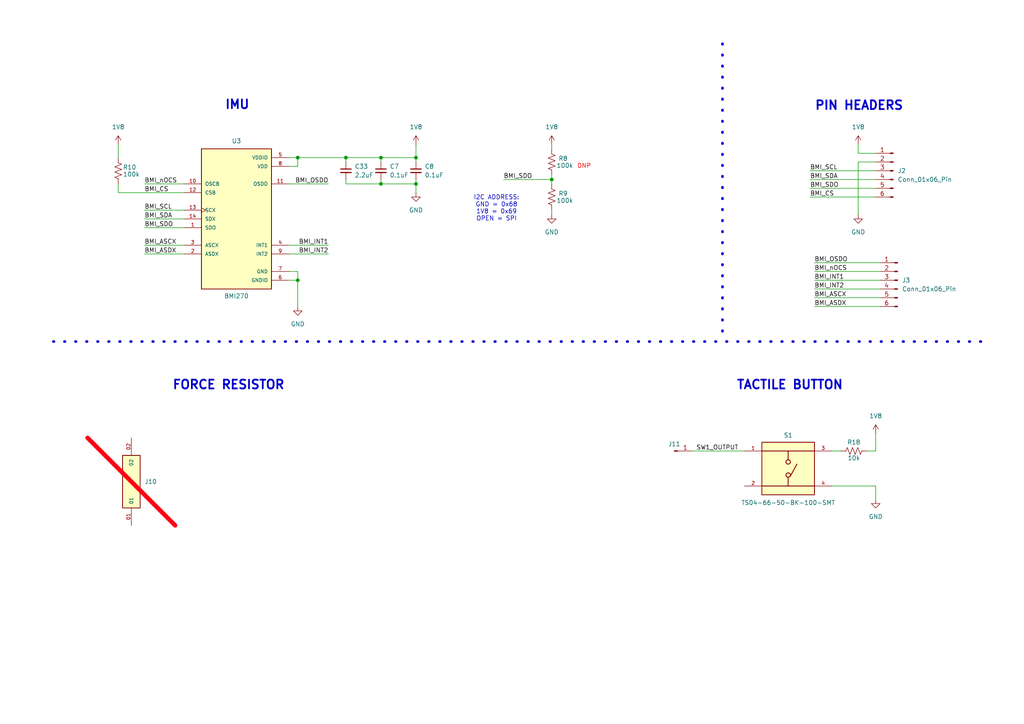
<source format=kicad_sch>
(kicad_sch
	(version 20231120)
	(generator "eeschema")
	(generator_version "8.0")
	(uuid "4306e11e-8867-457f-a75d-1adc604a7523")
	(paper "A4")
	(lib_symbols
		(symbol "BMI270:BMI270"
			(pin_names
				(offset 1.016)
			)
			(exclude_from_sim no)
			(in_bom yes)
			(on_board yes)
			(property "Reference" "U"
				(at -10.16 21.082 0)
				(effects
					(font
						(size 1.27 1.27)
					)
					(justify left bottom)
				)
			)
			(property "Value" "BMI270"
				(at -10.16 -22.86 0)
				(effects
					(font
						(size 1.27 1.27)
					)
					(justify left bottom)
				)
			)
			(property "Footprint" "BMI270:XDCR_BMI270"
				(at 0 0 0)
				(effects
					(font
						(size 1.27 1.27)
					)
					(justify bottom)
					(hide yes)
				)
			)
			(property "Datasheet" ""
				(at 0 0 0)
				(effects
					(font
						(size 1.27 1.27)
					)
					(hide yes)
				)
			)
			(property "Description" ""
				(at 0 0 0)
				(effects
					(font
						(size 1.27 1.27)
					)
					(hide yes)
				)
			)
			(property "PATREV" "1.0"
				(at 0 0 0)
				(effects
					(font
						(size 1.27 1.27)
					)
					(justify bottom)
					(hide yes)
				)
			)
			(property "MF" "Bosch Sensortec"
				(at 0 0 0)
				(effects
					(font
						(size 1.27 1.27)
					)
					(justify bottom)
					(hide yes)
				)
			)
			(property "MAXIMUM_PACKAGE_HEIGHT" "0.87mm"
				(at 0 0 0)
				(effects
					(font
						(size 1.27 1.27)
					)
					(justify bottom)
					(hide yes)
				)
			)
			(property "Package" "LGA-14 Bosch Sensortec"
				(at 0 0 0)
				(effects
					(font
						(size 1.27 1.27)
					)
					(justify bottom)
					(hide yes)
				)
			)
			(property "Price" "None"
				(at 0 0 0)
				(effects
					(font
						(size 1.27 1.27)
					)
					(justify bottom)
					(hide yes)
				)
			)
			(property "Check_prices" "https://www.snapeda.com/parts/BMI270/Bosch/view-part/?ref=eda"
				(at 0 0 0)
				(effects
					(font
						(size 1.27 1.27)
					)
					(justify bottom)
					(hide yes)
				)
			)
			(property "STANDARD" "Manufacturer Recommendations"
				(at 0 0 0)
				(effects
					(font
						(size 1.27 1.27)
					)
					(justify bottom)
					(hide yes)
				)
			)
			(property "SnapEDA_Link" "https://www.snapeda.com/parts/BMI270/Bosch/view-part/?ref=snap"
				(at 0 0 0)
				(effects
					(font
						(size 1.27 1.27)
					)
					(justify bottom)
					(hide yes)
				)
			)
			(property "MP" "BMI270"
				(at 0 0 0)
				(effects
					(font
						(size 1.27 1.27)
					)
					(justify bottom)
					(hide yes)
				)
			)
			(property "Description_1" "\n                        \n                            Accelerometer, Gyroscope, 6 Axis Sensor I2C, SPI Output\n                        \n"
				(at 0 0 0)
				(effects
					(font
						(size 1.27 1.27)
					)
					(justify bottom)
					(hide yes)
				)
			)
			(property "Availability" "In Stock"
				(at 0 0 0)
				(effects
					(font
						(size 1.27 1.27)
					)
					(justify bottom)
					(hide yes)
				)
			)
			(property "MANUFACTURER" "Bosch Sensortec"
				(at 0 0 0)
				(effects
					(font
						(size 1.27 1.27)
					)
					(justify bottom)
					(hide yes)
				)
			)
			(symbol "BMI270_0_0"
				(rectangle
					(start -10.16 -20.32)
					(end 10.16 20.32)
					(stroke
						(width 0.254)
						(type default)
					)
					(fill
						(type background)
					)
				)
				(pin bidirectional line
					(at -15.24 -2.54 0)
					(length 5.08)
					(name "SDO"
						(effects
							(font
								(size 1.016 1.016)
							)
						)
					)
					(number "1"
						(effects
							(font
								(size 1.016 1.016)
							)
						)
					)
				)
				(pin input line
					(at -15.24 10.16 0)
					(length 5.08)
					(name "OSCB"
						(effects
							(font
								(size 1.016 1.016)
							)
						)
					)
					(number "10"
						(effects
							(font
								(size 1.016 1.016)
							)
						)
					)
				)
				(pin output line
					(at 15.24 10.16 180)
					(length 5.08)
					(name "OSDO"
						(effects
							(font
								(size 1.016 1.016)
							)
						)
					)
					(number "11"
						(effects
							(font
								(size 1.016 1.016)
							)
						)
					)
				)
				(pin input line
					(at -15.24 7.62 0)
					(length 5.08)
					(name "CSB"
						(effects
							(font
								(size 1.016 1.016)
							)
						)
					)
					(number "12"
						(effects
							(font
								(size 1.016 1.016)
							)
						)
					)
				)
				(pin input clock
					(at -15.24 2.54 0)
					(length 5.08)
					(name "SCX"
						(effects
							(font
								(size 1.016 1.016)
							)
						)
					)
					(number "13"
						(effects
							(font
								(size 1.016 1.016)
							)
						)
					)
				)
				(pin bidirectional line
					(at -15.24 0 0)
					(length 5.08)
					(name "SDX"
						(effects
							(font
								(size 1.016 1.016)
							)
						)
					)
					(number "14"
						(effects
							(font
								(size 1.016 1.016)
							)
						)
					)
				)
				(pin bidirectional line
					(at -15.24 -10.16 0)
					(length 5.08)
					(name "ASDX"
						(effects
							(font
								(size 1.016 1.016)
							)
						)
					)
					(number "2"
						(effects
							(font
								(size 1.016 1.016)
							)
						)
					)
				)
				(pin bidirectional line
					(at -15.24 -7.62 0)
					(length 5.08)
					(name "ASCX"
						(effects
							(font
								(size 1.016 1.016)
							)
						)
					)
					(number "3"
						(effects
							(font
								(size 1.016 1.016)
							)
						)
					)
				)
				(pin bidirectional line
					(at 15.24 -7.62 180)
					(length 5.08)
					(name "INT1"
						(effects
							(font
								(size 1.016 1.016)
							)
						)
					)
					(number "4"
						(effects
							(font
								(size 1.016 1.016)
							)
						)
					)
				)
				(pin power_in line
					(at 15.24 17.78 180)
					(length 5.08)
					(name "VDDIO"
						(effects
							(font
								(size 1.016 1.016)
							)
						)
					)
					(number "5"
						(effects
							(font
								(size 1.016 1.016)
							)
						)
					)
				)
				(pin power_in line
					(at 15.24 -17.78 180)
					(length 5.08)
					(name "GNDIO"
						(effects
							(font
								(size 1.016 1.016)
							)
						)
					)
					(number "6"
						(effects
							(font
								(size 1.016 1.016)
							)
						)
					)
				)
				(pin power_in line
					(at 15.24 -15.24 180)
					(length 5.08)
					(name "GND"
						(effects
							(font
								(size 1.016 1.016)
							)
						)
					)
					(number "7"
						(effects
							(font
								(size 1.016 1.016)
							)
						)
					)
				)
				(pin power_in line
					(at 15.24 15.24 180)
					(length 5.08)
					(name "VDD"
						(effects
							(font
								(size 1.016 1.016)
							)
						)
					)
					(number "8"
						(effects
							(font
								(size 1.016 1.016)
							)
						)
					)
				)
				(pin bidirectional line
					(at 15.24 -10.16 180)
					(length 5.08)
					(name "INT2"
						(effects
							(font
								(size 1.016 1.016)
							)
						)
					)
					(number "9"
						(effects
							(font
								(size 1.016 1.016)
							)
						)
					)
				)
			)
		)
		(symbol "Connector:Conn_01x01_Pin"
			(pin_names
				(offset 1.016) hide)
			(exclude_from_sim no)
			(in_bom yes)
			(on_board yes)
			(property "Reference" "J"
				(at 0 2.54 0)
				(effects
					(font
						(size 1.27 1.27)
					)
				)
			)
			(property "Value" "Conn_01x01_Pin"
				(at 0 -2.54 0)
				(effects
					(font
						(size 1.27 1.27)
					)
				)
			)
			(property "Footprint" ""
				(at 0 0 0)
				(effects
					(font
						(size 1.27 1.27)
					)
					(hide yes)
				)
			)
			(property "Datasheet" "~"
				(at 0 0 0)
				(effects
					(font
						(size 1.27 1.27)
					)
					(hide yes)
				)
			)
			(property "Description" "Generic connector, single row, 01x01, script generated"
				(at 0 0 0)
				(effects
					(font
						(size 1.27 1.27)
					)
					(hide yes)
				)
			)
			(property "ki_locked" ""
				(at 0 0 0)
				(effects
					(font
						(size 1.27 1.27)
					)
				)
			)
			(property "ki_keywords" "connector"
				(at 0 0 0)
				(effects
					(font
						(size 1.27 1.27)
					)
					(hide yes)
				)
			)
			(property "ki_fp_filters" "Connector*:*_1x??_*"
				(at 0 0 0)
				(effects
					(font
						(size 1.27 1.27)
					)
					(hide yes)
				)
			)
			(symbol "Conn_01x01_Pin_1_1"
				(polyline
					(pts
						(xy 1.27 0) (xy 0.8636 0)
					)
					(stroke
						(width 0.1524)
						(type default)
					)
					(fill
						(type none)
					)
				)
				(rectangle
					(start 0.8636 0.127)
					(end 0 -0.127)
					(stroke
						(width 0.1524)
						(type default)
					)
					(fill
						(type outline)
					)
				)
				(pin passive line
					(at 5.08 0 180)
					(length 3.81)
					(name "Pin_1"
						(effects
							(font
								(size 1.27 1.27)
							)
						)
					)
					(number "1"
						(effects
							(font
								(size 1.27 1.27)
							)
						)
					)
				)
			)
		)
		(symbol "Connector:Conn_01x06_Pin"
			(pin_names
				(offset 1.016) hide)
			(exclude_from_sim no)
			(in_bom yes)
			(on_board yes)
			(property "Reference" "J"
				(at 0 7.62 0)
				(effects
					(font
						(size 1.27 1.27)
					)
				)
			)
			(property "Value" "Conn_01x06_Pin"
				(at 0 -10.16 0)
				(effects
					(font
						(size 1.27 1.27)
					)
				)
			)
			(property "Footprint" ""
				(at 0 0 0)
				(effects
					(font
						(size 1.27 1.27)
					)
					(hide yes)
				)
			)
			(property "Datasheet" "~"
				(at 0 0 0)
				(effects
					(font
						(size 1.27 1.27)
					)
					(hide yes)
				)
			)
			(property "Description" "Generic connector, single row, 01x06, script generated"
				(at 0 0 0)
				(effects
					(font
						(size 1.27 1.27)
					)
					(hide yes)
				)
			)
			(property "ki_locked" ""
				(at 0 0 0)
				(effects
					(font
						(size 1.27 1.27)
					)
				)
			)
			(property "ki_keywords" "connector"
				(at 0 0 0)
				(effects
					(font
						(size 1.27 1.27)
					)
					(hide yes)
				)
			)
			(property "ki_fp_filters" "Connector*:*_1x??_*"
				(at 0 0 0)
				(effects
					(font
						(size 1.27 1.27)
					)
					(hide yes)
				)
			)
			(symbol "Conn_01x06_Pin_1_1"
				(polyline
					(pts
						(xy 1.27 -7.62) (xy 0.8636 -7.62)
					)
					(stroke
						(width 0.1524)
						(type default)
					)
					(fill
						(type none)
					)
				)
				(polyline
					(pts
						(xy 1.27 -5.08) (xy 0.8636 -5.08)
					)
					(stroke
						(width 0.1524)
						(type default)
					)
					(fill
						(type none)
					)
				)
				(polyline
					(pts
						(xy 1.27 -2.54) (xy 0.8636 -2.54)
					)
					(stroke
						(width 0.1524)
						(type default)
					)
					(fill
						(type none)
					)
				)
				(polyline
					(pts
						(xy 1.27 0) (xy 0.8636 0)
					)
					(stroke
						(width 0.1524)
						(type default)
					)
					(fill
						(type none)
					)
				)
				(polyline
					(pts
						(xy 1.27 2.54) (xy 0.8636 2.54)
					)
					(stroke
						(width 0.1524)
						(type default)
					)
					(fill
						(type none)
					)
				)
				(polyline
					(pts
						(xy 1.27 5.08) (xy 0.8636 5.08)
					)
					(stroke
						(width 0.1524)
						(type default)
					)
					(fill
						(type none)
					)
				)
				(rectangle
					(start 0.8636 -7.493)
					(end 0 -7.747)
					(stroke
						(width 0.1524)
						(type default)
					)
					(fill
						(type outline)
					)
				)
				(rectangle
					(start 0.8636 -4.953)
					(end 0 -5.207)
					(stroke
						(width 0.1524)
						(type default)
					)
					(fill
						(type outline)
					)
				)
				(rectangle
					(start 0.8636 -2.413)
					(end 0 -2.667)
					(stroke
						(width 0.1524)
						(type default)
					)
					(fill
						(type outline)
					)
				)
				(rectangle
					(start 0.8636 0.127)
					(end 0 -0.127)
					(stroke
						(width 0.1524)
						(type default)
					)
					(fill
						(type outline)
					)
				)
				(rectangle
					(start 0.8636 2.667)
					(end 0 2.413)
					(stroke
						(width 0.1524)
						(type default)
					)
					(fill
						(type outline)
					)
				)
				(rectangle
					(start 0.8636 5.207)
					(end 0 4.953)
					(stroke
						(width 0.1524)
						(type default)
					)
					(fill
						(type outline)
					)
				)
				(pin passive line
					(at 5.08 5.08 180)
					(length 3.81)
					(name "Pin_1"
						(effects
							(font
								(size 1.27 1.27)
							)
						)
					)
					(number "1"
						(effects
							(font
								(size 1.27 1.27)
							)
						)
					)
				)
				(pin passive line
					(at 5.08 2.54 180)
					(length 3.81)
					(name "Pin_2"
						(effects
							(font
								(size 1.27 1.27)
							)
						)
					)
					(number "2"
						(effects
							(font
								(size 1.27 1.27)
							)
						)
					)
				)
				(pin passive line
					(at 5.08 0 180)
					(length 3.81)
					(name "Pin_3"
						(effects
							(font
								(size 1.27 1.27)
							)
						)
					)
					(number "3"
						(effects
							(font
								(size 1.27 1.27)
							)
						)
					)
				)
				(pin passive line
					(at 5.08 -2.54 180)
					(length 3.81)
					(name "Pin_4"
						(effects
							(font
								(size 1.27 1.27)
							)
						)
					)
					(number "4"
						(effects
							(font
								(size 1.27 1.27)
							)
						)
					)
				)
				(pin passive line
					(at 5.08 -5.08 180)
					(length 3.81)
					(name "Pin_5"
						(effects
							(font
								(size 1.27 1.27)
							)
						)
					)
					(number "5"
						(effects
							(font
								(size 1.27 1.27)
							)
						)
					)
				)
				(pin passive line
					(at 5.08 -7.62 180)
					(length 3.81)
					(name "Pin_6"
						(effects
							(font
								(size 1.27 1.27)
							)
						)
					)
					(number "6"
						(effects
							(font
								(size 1.27 1.27)
							)
						)
					)
				)
			)
		)
		(symbol "Device:C_Small"
			(pin_numbers hide)
			(pin_names
				(offset 0.254) hide)
			(exclude_from_sim no)
			(in_bom yes)
			(on_board yes)
			(property "Reference" "C"
				(at 0.254 1.778 0)
				(effects
					(font
						(size 1.27 1.27)
					)
					(justify left)
				)
			)
			(property "Value" "C_Small"
				(at 0.254 -2.032 0)
				(effects
					(font
						(size 1.27 1.27)
					)
					(justify left)
				)
			)
			(property "Footprint" ""
				(at 0 0 0)
				(effects
					(font
						(size 1.27 1.27)
					)
					(hide yes)
				)
			)
			(property "Datasheet" "~"
				(at 0 0 0)
				(effects
					(font
						(size 1.27 1.27)
					)
					(hide yes)
				)
			)
			(property "Description" "Unpolarized capacitor, small symbol"
				(at 0 0 0)
				(effects
					(font
						(size 1.27 1.27)
					)
					(hide yes)
				)
			)
			(property "ki_keywords" "capacitor cap"
				(at 0 0 0)
				(effects
					(font
						(size 1.27 1.27)
					)
					(hide yes)
				)
			)
			(property "ki_fp_filters" "C_*"
				(at 0 0 0)
				(effects
					(font
						(size 1.27 1.27)
					)
					(hide yes)
				)
			)
			(symbol "C_Small_0_1"
				(polyline
					(pts
						(xy -1.524 -0.508) (xy 1.524 -0.508)
					)
					(stroke
						(width 0.3302)
						(type default)
					)
					(fill
						(type none)
					)
				)
				(polyline
					(pts
						(xy -1.524 0.508) (xy 1.524 0.508)
					)
					(stroke
						(width 0.3048)
						(type default)
					)
					(fill
						(type none)
					)
				)
			)
			(symbol "C_Small_1_1"
				(pin passive line
					(at 0 2.54 270)
					(length 2.032)
					(name "~"
						(effects
							(font
								(size 1.27 1.27)
							)
						)
					)
					(number "1"
						(effects
							(font
								(size 1.27 1.27)
							)
						)
					)
				)
				(pin passive line
					(at 0 -2.54 90)
					(length 2.032)
					(name "~"
						(effects
							(font
								(size 1.27 1.27)
							)
						)
					)
					(number "2"
						(effects
							(font
								(size 1.27 1.27)
							)
						)
					)
				)
			)
		)
		(symbol "Device:R_US"
			(pin_numbers hide)
			(pin_names
				(offset 0)
			)
			(exclude_from_sim no)
			(in_bom yes)
			(on_board yes)
			(property "Reference" "R"
				(at 2.54 0 90)
				(effects
					(font
						(size 1.27 1.27)
					)
				)
			)
			(property "Value" "R_US"
				(at -2.54 0 90)
				(effects
					(font
						(size 1.27 1.27)
					)
				)
			)
			(property "Footprint" ""
				(at 1.016 -0.254 90)
				(effects
					(font
						(size 1.27 1.27)
					)
					(hide yes)
				)
			)
			(property "Datasheet" "~"
				(at 0 0 0)
				(effects
					(font
						(size 1.27 1.27)
					)
					(hide yes)
				)
			)
			(property "Description" "Resistor, US symbol"
				(at 0 0 0)
				(effects
					(font
						(size 1.27 1.27)
					)
					(hide yes)
				)
			)
			(property "ki_keywords" "R res resistor"
				(at 0 0 0)
				(effects
					(font
						(size 1.27 1.27)
					)
					(hide yes)
				)
			)
			(property "ki_fp_filters" "R_*"
				(at 0 0 0)
				(effects
					(font
						(size 1.27 1.27)
					)
					(hide yes)
				)
			)
			(symbol "R_US_0_1"
				(polyline
					(pts
						(xy 0 -2.286) (xy 0 -2.54)
					)
					(stroke
						(width 0)
						(type default)
					)
					(fill
						(type none)
					)
				)
				(polyline
					(pts
						(xy 0 2.286) (xy 0 2.54)
					)
					(stroke
						(width 0)
						(type default)
					)
					(fill
						(type none)
					)
				)
				(polyline
					(pts
						(xy 0 -0.762) (xy 1.016 -1.143) (xy 0 -1.524) (xy -1.016 -1.905) (xy 0 -2.286)
					)
					(stroke
						(width 0)
						(type default)
					)
					(fill
						(type none)
					)
				)
				(polyline
					(pts
						(xy 0 0.762) (xy 1.016 0.381) (xy 0 0) (xy -1.016 -0.381) (xy 0 -0.762)
					)
					(stroke
						(width 0)
						(type default)
					)
					(fill
						(type none)
					)
				)
				(polyline
					(pts
						(xy 0 2.286) (xy 1.016 1.905) (xy 0 1.524) (xy -1.016 1.143) (xy 0 0.762)
					)
					(stroke
						(width 0)
						(type default)
					)
					(fill
						(type none)
					)
				)
			)
			(symbol "R_US_1_1"
				(pin passive line
					(at 0 3.81 270)
					(length 1.27)
					(name "~"
						(effects
							(font
								(size 1.27 1.27)
							)
						)
					)
					(number "1"
						(effects
							(font
								(size 1.27 1.27)
							)
						)
					)
				)
				(pin passive line
					(at 0 -3.81 90)
					(length 1.27)
					(name "~"
						(effects
							(font
								(size 1.27 1.27)
							)
						)
					)
					(number "2"
						(effects
							(font
								(size 1.27 1.27)
							)
						)
					)
				)
			)
		)
		(symbol "MTSW-101-X-X-D-X:MTSW-101-X-X-D-X"
			(pin_names
				(offset 1.016)
			)
			(exclude_from_sim no)
			(in_bom yes)
			(on_board yes)
			(property "Reference" "J"
				(at -7.62 3.175 0)
				(effects
					(font
						(size 1.27 1.27)
					)
					(justify left bottom)
				)
			)
			(property "Value" "MTSW-101-X-X-D-X"
				(at -7.62 -5.08 0)
				(effects
					(font
						(size 1.27 1.27)
					)
					(justify left bottom)
				)
			)
			(property "Footprint" "MTSW-101-X-X-D-X:SAMTEC_MTSW-101-X-X-D-X"
				(at 0 0 0)
				(effects
					(font
						(size 1.27 1.27)
					)
					(justify bottom)
					(hide yes)
				)
			)
			(property "Datasheet" ""
				(at 0 0 0)
				(effects
					(font
						(size 1.27 1.27)
					)
					(hide yes)
				)
			)
			(property "Description" ""
				(at 0 0 0)
				(effects
					(font
						(size 1.27 1.27)
					)
					(hide yes)
				)
			)
			(property "MF" "Samtec"
				(at 0 0 0)
				(effects
					(font
						(size 1.27 1.27)
					)
					(justify bottom)
					(hide yes)
				)
			)
			(property "Description_1" "\n                        \n                            Connector Header Through Hole 2 position\n                        \n"
				(at 0 0 0)
				(effects
					(font
						(size 1.27 1.27)
					)
					(justify bottom)
					(hide yes)
				)
			)
			(property "Package" "None"
				(at 0 0 0)
				(effects
					(font
						(size 1.27 1.27)
					)
					(justify bottom)
					(hide yes)
				)
			)
			(property "Price" "None"
				(at 0 0 0)
				(effects
					(font
						(size 1.27 1.27)
					)
					(justify bottom)
					(hide yes)
				)
			)
			(property "Check_prices" "https://www.snapeda.com/parts/MTSW-101-08-S-D-318/Samtec/view-part/?ref=eda"
				(at 0 0 0)
				(effects
					(font
						(size 1.27 1.27)
					)
					(justify bottom)
					(hide yes)
				)
			)
			(property "STANDARD" "Manufacturer recommendations"
				(at 0 0 0)
				(effects
					(font
						(size 1.27 1.27)
					)
					(justify bottom)
					(hide yes)
				)
			)
			(property "PARTREV" "A"
				(at 0 0 0)
				(effects
					(font
						(size 1.27 1.27)
					)
					(justify bottom)
					(hide yes)
				)
			)
			(property "SnapEDA_Link" "https://www.snapeda.com/parts/MTSW-101-08-S-D-318/Samtec/view-part/?ref=snap"
				(at 0 0 0)
				(effects
					(font
						(size 1.27 1.27)
					)
					(justify bottom)
					(hide yes)
				)
			)
			(property "MP" "MTSW-101-08-S-D-318"
				(at 0 0 0)
				(effects
					(font
						(size 1.27 1.27)
					)
					(justify bottom)
					(hide yes)
				)
			)
			(property "Availability" "In Stock"
				(at 0 0 0)
				(effects
					(font
						(size 1.27 1.27)
					)
					(justify bottom)
					(hide yes)
				)
			)
			(property "MANUFACTURER" "Samtec"
				(at 0 0 0)
				(effects
					(font
						(size 1.27 1.27)
					)
					(justify bottom)
					(hide yes)
				)
			)
			(symbol "MTSW-101-X-X-D-X_0_0"
				(rectangle
					(start -7.62 -2.54)
					(end 7.62 2.54)
					(stroke
						(width 0.254)
						(type default)
					)
					(fill
						(type background)
					)
				)
				(pin passive line
					(at -12.7 0 0)
					(length 5.08)
					(name "01"
						(effects
							(font
								(size 1.016 1.016)
							)
						)
					)
					(number "01"
						(effects
							(font
								(size 1.016 1.016)
							)
						)
					)
				)
				(pin passive line
					(at 12.7 0 180)
					(length 5.08)
					(name "02"
						(effects
							(font
								(size 1.016 1.016)
							)
						)
					)
					(number "02"
						(effects
							(font
								(size 1.016 1.016)
							)
						)
					)
				)
			)
		)
		(symbol "TS04-66-50-BK-100-SMT:TS04-66-50-BK-100-SMT"
			(pin_names
				(offset 1.016)
			)
			(exclude_from_sim no)
			(in_bom yes)
			(on_board yes)
			(property "Reference" "S"
				(at -7.62 8.382 0)
				(effects
					(font
						(size 1.27 1.27)
					)
					(justify left bottom)
				)
			)
			(property "Value" "TS04-66-50-BK-100-SMT"
				(at -7.62 -8.382 0)
				(effects
					(font
						(size 1.27 1.27)
					)
					(justify left top)
				)
			)
			(property "Footprint" "TS04-66-50-BK-100-SMT:SW_TS04-66-50-BK-100-SMT"
				(at 0 0 0)
				(effects
					(font
						(size 1.27 1.27)
					)
					(justify bottom)
					(hide yes)
				)
			)
			(property "Datasheet" ""
				(at 0 0 0)
				(effects
					(font
						(size 1.27 1.27)
					)
					(hide yes)
				)
			)
			(property "Description" ""
				(at 0 0 0)
				(effects
					(font
						(size 1.27 1.27)
					)
					(hide yes)
				)
			)
			(property "MF" "Same Sky"
				(at 0 0 0)
				(effects
					(font
						(size 1.27 1.27)
					)
					(justify bottom)
					(hide yes)
				)
			)
			(property "Description_1" "\n                        \n                            6 x 6 mm, 5 mm Actuator Height, 100 gf, Black, Surface Mount, SPST, Tactile Switch\n                        \n"
				(at 0 0 0)
				(effects
					(font
						(size 1.27 1.27)
					)
					(justify bottom)
					(hide yes)
				)
			)
			(property "Package" "None"
				(at 0 0 0)
				(effects
					(font
						(size 1.27 1.27)
					)
					(justify bottom)
					(hide yes)
				)
			)
			(property "Price" "None"
				(at 0 0 0)
				(effects
					(font
						(size 1.27 1.27)
					)
					(justify bottom)
					(hide yes)
				)
			)
			(property "Check_prices" "https://www.snapeda.com/parts/TS04-66-50-BK-100-SMT/Same+Sky/view-part/?ref=eda"
				(at 0 0 0)
				(effects
					(font
						(size 1.27 1.27)
					)
					(justify bottom)
					(hide yes)
				)
			)
			(property "STANDARD" "Manufacturer Recommendations"
				(at 0 0 0)
				(effects
					(font
						(size 1.27 1.27)
					)
					(justify bottom)
					(hide yes)
				)
			)
			(property "PARTREV" "1.0"
				(at 0 0 0)
				(effects
					(font
						(size 1.27 1.27)
					)
					(justify bottom)
					(hide yes)
				)
			)
			(property "SnapEDA_Link" "https://www.snapeda.com/parts/TS04-66-50-BK-100-SMT/Same+Sky/view-part/?ref=snap"
				(at 0 0 0)
				(effects
					(font
						(size 1.27 1.27)
					)
					(justify bottom)
					(hide yes)
				)
			)
			(property "MP" "TS04-66-50-BK-100-SMT"
				(at 0 0 0)
				(effects
					(font
						(size 1.27 1.27)
					)
					(justify bottom)
					(hide yes)
				)
			)
			(property "Availability" "In Stock"
				(at 0 0 0)
				(effects
					(font
						(size 1.27 1.27)
					)
					(justify bottom)
					(hide yes)
				)
			)
			(property "MANUFACTURER" "CUI Devices"
				(at 0 0 0)
				(effects
					(font
						(size 1.27 1.27)
					)
					(justify bottom)
					(hide yes)
				)
			)
			(symbol "TS04-66-50-BK-100-SMT_0_0"
				(rectangle
					(start -7.62 -7.62)
					(end 7.62 7.62)
					(stroke
						(width 0.254)
						(type default)
					)
					(fill
						(type background)
					)
				)
				(circle
					(center 0 -1.905)
					(radius 0.635)
					(stroke
						(width 0.254)
						(type default)
					)
					(fill
						(type none)
					)
				)
				(polyline
					(pts
						(xy 0 -5.08) (xy -7.62 -5.08)
					)
					(stroke
						(width 0.254)
						(type default)
					)
					(fill
						(type none)
					)
				)
				(polyline
					(pts
						(xy 0 -5.08) (xy 7.62 -5.08)
					)
					(stroke
						(width 0.254)
						(type default)
					)
					(fill
						(type none)
					)
				)
				(polyline
					(pts
						(xy 0 -2.54) (xy 0 -5.08)
					)
					(stroke
						(width 0.254)
						(type default)
					)
					(fill
						(type none)
					)
				)
				(polyline
					(pts
						(xy 0 5.08) (xy -7.62 5.08)
					)
					(stroke
						(width 0.254)
						(type default)
					)
					(fill
						(type none)
					)
				)
				(polyline
					(pts
						(xy 0 5.08) (xy 0 2.54)
					)
					(stroke
						(width 0.254)
						(type default)
					)
					(fill
						(type none)
					)
				)
				(polyline
					(pts
						(xy 0 5.08) (xy 7.62 5.08)
					)
					(stroke
						(width 0.254)
						(type default)
					)
					(fill
						(type none)
					)
				)
				(polyline
					(pts
						(xy 0.635 -2.2225) (xy 2.54 1.27)
					)
					(stroke
						(width 0.254)
						(type default)
					)
					(fill
						(type none)
					)
				)
				(circle
					(center 0 1.905)
					(radius 0.635)
					(stroke
						(width 0.254)
						(type default)
					)
					(fill
						(type none)
					)
				)
				(pin passive line
					(at -12.7 5.08 0)
					(length 5.08)
					(name "~"
						(effects
							(font
								(size 1.016 1.016)
							)
						)
					)
					(number "1"
						(effects
							(font
								(size 1.016 1.016)
							)
						)
					)
				)
				(pin passive line
					(at -12.7 -5.08 0)
					(length 5.08)
					(name "~"
						(effects
							(font
								(size 1.016 1.016)
							)
						)
					)
					(number "2"
						(effects
							(font
								(size 1.016 1.016)
							)
						)
					)
				)
				(pin passive line
					(at 12.7 5.08 180)
					(length 5.08)
					(name "~"
						(effects
							(font
								(size 1.016 1.016)
							)
						)
					)
					(number "3"
						(effects
							(font
								(size 1.016 1.016)
							)
						)
					)
				)
				(pin passive line
					(at 12.7 -5.08 180)
					(length 5.08)
					(name "~"
						(effects
							(font
								(size 1.016 1.016)
							)
						)
					)
					(number "4"
						(effects
							(font
								(size 1.016 1.016)
							)
						)
					)
				)
			)
		)
		(symbol "power:+1V8"
			(power)
			(pin_numbers hide)
			(pin_names
				(offset 0) hide)
			(exclude_from_sim no)
			(in_bom yes)
			(on_board yes)
			(property "Reference" "#PWR"
				(at 0 -3.81 0)
				(effects
					(font
						(size 1.27 1.27)
					)
					(hide yes)
				)
			)
			(property "Value" "+1V8"
				(at 0 3.556 0)
				(effects
					(font
						(size 1.27 1.27)
					)
				)
			)
			(property "Footprint" ""
				(at 0 0 0)
				(effects
					(font
						(size 1.27 1.27)
					)
					(hide yes)
				)
			)
			(property "Datasheet" ""
				(at 0 0 0)
				(effects
					(font
						(size 1.27 1.27)
					)
					(hide yes)
				)
			)
			(property "Description" "Power symbol creates a global label with name \"+1V8\""
				(at 0 0 0)
				(effects
					(font
						(size 1.27 1.27)
					)
					(hide yes)
				)
			)
			(property "ki_keywords" "global power"
				(at 0 0 0)
				(effects
					(font
						(size 1.27 1.27)
					)
					(hide yes)
				)
			)
			(symbol "+1V8_0_1"
				(polyline
					(pts
						(xy -0.762 1.27) (xy 0 2.54)
					)
					(stroke
						(width 0)
						(type default)
					)
					(fill
						(type none)
					)
				)
				(polyline
					(pts
						(xy 0 0) (xy 0 2.54)
					)
					(stroke
						(width 0)
						(type default)
					)
					(fill
						(type none)
					)
				)
				(polyline
					(pts
						(xy 0 2.54) (xy 0.762 1.27)
					)
					(stroke
						(width 0)
						(type default)
					)
					(fill
						(type none)
					)
				)
			)
			(symbol "+1V8_1_1"
				(pin power_in line
					(at 0 0 90)
					(length 0)
					(name "~"
						(effects
							(font
								(size 1.27 1.27)
							)
						)
					)
					(number "1"
						(effects
							(font
								(size 1.27 1.27)
							)
						)
					)
				)
			)
		)
		(symbol "power:GND"
			(power)
			(pin_numbers hide)
			(pin_names
				(offset 0) hide)
			(exclude_from_sim no)
			(in_bom yes)
			(on_board yes)
			(property "Reference" "#PWR"
				(at 0 -6.35 0)
				(effects
					(font
						(size 1.27 1.27)
					)
					(hide yes)
				)
			)
			(property "Value" "GND"
				(at 0 -3.81 0)
				(effects
					(font
						(size 1.27 1.27)
					)
				)
			)
			(property "Footprint" ""
				(at 0 0 0)
				(effects
					(font
						(size 1.27 1.27)
					)
					(hide yes)
				)
			)
			(property "Datasheet" ""
				(at 0 0 0)
				(effects
					(font
						(size 1.27 1.27)
					)
					(hide yes)
				)
			)
			(property "Description" "Power symbol creates a global label with name \"GND\" , ground"
				(at 0 0 0)
				(effects
					(font
						(size 1.27 1.27)
					)
					(hide yes)
				)
			)
			(property "ki_keywords" "global power"
				(at 0 0 0)
				(effects
					(font
						(size 1.27 1.27)
					)
					(hide yes)
				)
			)
			(symbol "GND_0_1"
				(polyline
					(pts
						(xy 0 0) (xy 0 -1.27) (xy 1.27 -1.27) (xy 0 -2.54) (xy -1.27 -1.27) (xy 0 -1.27)
					)
					(stroke
						(width 0)
						(type default)
					)
					(fill
						(type none)
					)
				)
			)
			(symbol "GND_1_1"
				(pin power_in line
					(at 0 0 270)
					(length 0)
					(name "~"
						(effects
							(font
								(size 1.27 1.27)
							)
						)
					)
					(number "1"
						(effects
							(font
								(size 1.27 1.27)
							)
						)
					)
				)
			)
		)
	)
	(junction
		(at 110.49 45.72)
		(diameter 0)
		(color 0 0 0 0)
		(uuid "0142716a-feb3-449f-a05d-85e03357b8f3")
	)
	(junction
		(at 86.36 81.28)
		(diameter 0)
		(color 0 0 0 0)
		(uuid "1b66b6c0-7bd8-4a13-bf4c-9c1f58a60c65")
	)
	(junction
		(at 160.02 52.07)
		(diameter 0)
		(color 0 0 0 0)
		(uuid "3c7915f5-7fb1-4435-ace6-bf289555a5a6")
	)
	(junction
		(at 110.49 53.34)
		(diameter 0)
		(color 0 0 0 0)
		(uuid "5039a846-1bad-45eb-86c1-c489e5c78758")
	)
	(junction
		(at 86.36 45.72)
		(diameter 0)
		(color 0 0 0 0)
		(uuid "884aee45-b577-45a3-8938-7eab44a4052d")
	)
	(junction
		(at 120.65 53.34)
		(diameter 0)
		(color 0 0 0 0)
		(uuid "96333684-903a-45b8-85cb-59342a3f0bf6")
	)
	(junction
		(at 100.33 45.72)
		(diameter 0)
		(color 0 0 0 0)
		(uuid "bd9cd3d4-bfb0-43dd-ad3d-9c9d4e6deeaa")
	)
	(junction
		(at 120.65 45.72)
		(diameter 0)
		(color 0 0 0 0)
		(uuid "e50e69d3-8df5-4ab2-99fd-05c6ffb0e2cb")
	)
	(wire
		(pts
			(xy 236.22 83.82) (xy 255.27 83.82)
		)
		(stroke
			(width 0)
			(type default)
		)
		(uuid "00e7a013-acde-4ab3-85d0-d031d27631cb")
	)
	(wire
		(pts
			(xy 83.82 73.66) (xy 95.25 73.66)
		)
		(stroke
			(width 0)
			(type default)
		)
		(uuid "01f49e35-6d24-4400-87cd-f8538ceb382b")
	)
	(wire
		(pts
			(xy 83.82 53.34) (xy 95.25 53.34)
		)
		(stroke
			(width 0)
			(type default)
		)
		(uuid "03ea919c-d2ac-464b-8caf-92274a03546f")
	)
	(wire
		(pts
			(xy 100.33 45.72) (xy 100.33 46.99)
		)
		(stroke
			(width 0)
			(type default)
		)
		(uuid "09ef9b35-6dcc-4f71-9da1-b117e6329700")
	)
	(wire
		(pts
			(xy 41.91 63.5) (xy 53.34 63.5)
		)
		(stroke
			(width 0)
			(type default)
		)
		(uuid "0f7de14c-e057-4ffd-89bb-7d2508ad43cf")
	)
	(wire
		(pts
			(xy 100.33 52.07) (xy 100.33 53.34)
		)
		(stroke
			(width 0)
			(type default)
		)
		(uuid "0fbd7ec7-37de-406f-a925-ea4f348611d5")
	)
	(wire
		(pts
			(xy 41.91 73.66) (xy 53.34 73.66)
		)
		(stroke
			(width 0)
			(type default)
		)
		(uuid "15e58025-030f-4e97-863f-cf1364f6e640")
	)
	(wire
		(pts
			(xy 110.49 53.34) (xy 120.65 53.34)
		)
		(stroke
			(width 0)
			(type default)
		)
		(uuid "15f84a6c-1b3d-4e89-a033-c7eae455f88d")
	)
	(wire
		(pts
			(xy 234.95 54.61) (xy 254 54.61)
		)
		(stroke
			(width 0)
			(type default)
		)
		(uuid "1c1a703e-96ad-4a42-9eaa-7f70bc2a0902")
	)
	(wire
		(pts
			(xy 254 125.73) (xy 254 130.81)
		)
		(stroke
			(width 0)
			(type default)
		)
		(uuid "1dc88445-1098-4900-8de2-c022e290913e")
	)
	(wire
		(pts
			(xy 86.36 78.74) (xy 86.36 81.28)
		)
		(stroke
			(width 0)
			(type default)
		)
		(uuid "241f81d9-e86c-482a-9a08-068f2c4dad53")
	)
	(wire
		(pts
			(xy 248.92 62.23) (xy 248.92 46.99)
		)
		(stroke
			(width 0)
			(type default)
		)
		(uuid "2b3c38da-752a-43ae-b9b7-455f8a0ab687")
	)
	(wire
		(pts
			(xy 146.05 52.07) (xy 160.02 52.07)
		)
		(stroke
			(width 0)
			(type default)
		)
		(uuid "301162c3-2389-43af-9bda-7f2e2739051d")
	)
	(wire
		(pts
			(xy 236.22 76.2) (xy 255.27 76.2)
		)
		(stroke
			(width 0)
			(type default)
		)
		(uuid "38df9c7a-54ff-4cc9-b7dc-fc41d8a7ebda")
	)
	(wire
		(pts
			(xy 41.91 60.96) (xy 53.34 60.96)
		)
		(stroke
			(width 0)
			(type default)
		)
		(uuid "3a7a1ca3-d352-43c0-b57e-5c46d2c8bb1c")
	)
	(wire
		(pts
			(xy 251.46 130.81) (xy 254 130.81)
		)
		(stroke
			(width 0)
			(type default)
		)
		(uuid "3b103d02-8475-45e1-a74a-187d02f9a258")
	)
	(wire
		(pts
			(xy 234.95 49.53) (xy 254 49.53)
		)
		(stroke
			(width 0)
			(type default)
		)
		(uuid "3d822baa-bc5a-4a26-ae5b-d34df0600e21")
	)
	(wire
		(pts
			(xy 120.65 45.72) (xy 120.65 41.91)
		)
		(stroke
			(width 0)
			(type default)
		)
		(uuid "3e2fb980-feb4-4a0e-8556-fcd40bc71974")
	)
	(wire
		(pts
			(xy 34.29 41.91) (xy 34.29 45.72)
		)
		(stroke
			(width 0)
			(type default)
		)
		(uuid "3febd667-1c37-4951-88c4-5daccaaaa675")
	)
	(wire
		(pts
			(xy 160.02 52.07) (xy 160.02 53.34)
		)
		(stroke
			(width 0)
			(type default)
		)
		(uuid "416f7673-570c-42b9-9b78-eb52b1a345ef")
	)
	(wire
		(pts
			(xy 236.22 81.28) (xy 255.27 81.28)
		)
		(stroke
			(width 0)
			(type default)
		)
		(uuid "43e951af-d6be-4872-a586-b1f5c9ac3db1")
	)
	(wire
		(pts
			(xy 120.65 46.99) (xy 120.65 45.72)
		)
		(stroke
			(width 0)
			(type default)
		)
		(uuid "454444cc-b073-4b4c-8e7a-430c1469cbd7")
	)
	(wire
		(pts
			(xy 254 140.97) (xy 241.3 140.97)
		)
		(stroke
			(width 0)
			(type default)
		)
		(uuid "49eb46bd-ccd3-4500-beb2-454a1a96e6c2")
	)
	(wire
		(pts
			(xy 110.49 52.07) (xy 110.49 53.34)
		)
		(stroke
			(width 0)
			(type default)
		)
		(uuid "4f1b7057-a7de-4cec-87ad-30c83d068ef7")
	)
	(wire
		(pts
			(xy 234.95 57.15) (xy 254 57.15)
		)
		(stroke
			(width 0)
			(type default)
		)
		(uuid "52602593-af92-4574-9f32-f846f5bc6c47")
	)
	(wire
		(pts
			(xy 160.02 60.96) (xy 160.02 62.23)
		)
		(stroke
			(width 0)
			(type default)
		)
		(uuid "57004f31-70dd-4475-981c-075c9c9a57bc")
	)
	(polyline
		(pts
			(xy 209.55 12.7) (xy 209.55 99.06)
		)
		(stroke
			(width 0.762)
			(type dot)
		)
		(uuid "5a5aaa29-cca3-478b-b7c2-f0e2862d82e1")
	)
	(wire
		(pts
			(xy 254 144.78) (xy 254 140.97)
		)
		(stroke
			(width 0)
			(type default)
		)
		(uuid "5c0171f4-73b8-4990-89f0-5ba83b4bd40a")
	)
	(wire
		(pts
			(xy 86.36 48.26) (xy 86.36 45.72)
		)
		(stroke
			(width 0)
			(type default)
		)
		(uuid "65974f64-b8a2-42ae-9648-a29845304f21")
	)
	(wire
		(pts
			(xy 248.92 46.99) (xy 254 46.99)
		)
		(stroke
			(width 0)
			(type default)
		)
		(uuid "6d6f60e0-c7d1-4d3a-bcd8-c5e906621632")
	)
	(wire
		(pts
			(xy 234.95 52.07) (xy 254 52.07)
		)
		(stroke
			(width 0)
			(type default)
		)
		(uuid "7195befd-5e72-4302-8bd5-91f81849a235")
	)
	(wire
		(pts
			(xy 160.02 41.91) (xy 160.02 43.18)
		)
		(stroke
			(width 0)
			(type default)
		)
		(uuid "71fb2b25-5dc2-43f8-8d7a-e15ec80db791")
	)
	(wire
		(pts
			(xy 100.33 45.72) (xy 110.49 45.72)
		)
		(stroke
			(width 0)
			(type default)
		)
		(uuid "725d5920-2765-4b81-9dd1-3a3397ae3c93")
	)
	(wire
		(pts
			(xy 83.82 78.74) (xy 86.36 78.74)
		)
		(stroke
			(width 0)
			(type default)
		)
		(uuid "79f6ef82-b11d-48e9-9160-e768e3d08068")
	)
	(wire
		(pts
			(xy 110.49 46.99) (xy 110.49 45.72)
		)
		(stroke
			(width 0)
			(type default)
		)
		(uuid "7b6d2da6-40f0-48ad-aa11-c42b09d02d5f")
	)
	(wire
		(pts
			(xy 41.91 66.04) (xy 53.34 66.04)
		)
		(stroke
			(width 0)
			(type default)
		)
		(uuid "86783a74-ca08-41b4-b9e3-441456c2f213")
	)
	(wire
		(pts
			(xy 236.22 88.9) (xy 255.27 88.9)
		)
		(stroke
			(width 0)
			(type default)
		)
		(uuid "88a93714-96f8-4b8b-9852-350434ff68ed")
	)
	(wire
		(pts
			(xy 254 44.45) (xy 248.92 44.45)
		)
		(stroke
			(width 0)
			(type default)
		)
		(uuid "88d2fd9b-5ef8-409b-8153-04424d3b701b")
	)
	(wire
		(pts
			(xy 120.65 53.34) (xy 120.65 52.07)
		)
		(stroke
			(width 0)
			(type default)
		)
		(uuid "8a8ec131-1fac-41b1-a631-213084c380b9")
	)
	(polyline
		(pts
			(xy 25.4 127) (xy 50.8 152.4)
		)
		(stroke
			(width 1.27)
			(type default)
			(color 255 0 17 1)
		)
		(uuid "97f3f71c-675b-4846-8a7d-b776a1091aa7")
	)
	(wire
		(pts
			(xy 83.82 48.26) (xy 86.36 48.26)
		)
		(stroke
			(width 0)
			(type default)
		)
		(uuid "a06c60b3-58d5-400a-9b0c-484a2104e389")
	)
	(wire
		(pts
			(xy 86.36 88.9) (xy 86.36 81.28)
		)
		(stroke
			(width 0)
			(type default)
		)
		(uuid "a4cf2ceb-25d2-4c5d-9344-2c10240deda3")
	)
	(wire
		(pts
			(xy 236.22 86.36) (xy 255.27 86.36)
		)
		(stroke
			(width 0)
			(type default)
		)
		(uuid "a5184186-c704-459c-96eb-0daab7f73888")
	)
	(wire
		(pts
			(xy 83.82 71.12) (xy 95.25 71.12)
		)
		(stroke
			(width 0)
			(type default)
		)
		(uuid "a7a145ac-5845-47a9-b747-b24f2275a9e0")
	)
	(wire
		(pts
			(xy 248.92 41.91) (xy 248.92 44.45)
		)
		(stroke
			(width 0)
			(type default)
		)
		(uuid "ad308f36-9a63-442d-b5bf-484ca508d083")
	)
	(wire
		(pts
			(xy 200.66 130.81) (xy 215.9 130.81)
		)
		(stroke
			(width 0)
			(type default)
		)
		(uuid "ae292ecb-ba55-40b0-9b3a-73fe6de762d4")
	)
	(wire
		(pts
			(xy 41.91 53.34) (xy 53.34 53.34)
		)
		(stroke
			(width 0)
			(type default)
		)
		(uuid "b56d93d1-b05d-4e36-92d9-90e5fc823682")
	)
	(wire
		(pts
			(xy 86.36 81.28) (xy 83.82 81.28)
		)
		(stroke
			(width 0)
			(type default)
		)
		(uuid "b763dc51-1aba-4dd7-9acd-b955abcef4f0")
	)
	(wire
		(pts
			(xy 236.22 78.74) (xy 255.27 78.74)
		)
		(stroke
			(width 0)
			(type default)
		)
		(uuid "bc184eae-5659-4c72-8c4f-0f17c3858353")
	)
	(wire
		(pts
			(xy 160.02 52.07) (xy 160.02 50.8)
		)
		(stroke
			(width 0)
			(type default)
		)
		(uuid "bd0cbd63-92a0-4318-ae47-0728dbeba7f7")
	)
	(polyline
		(pts
			(xy 284.48 99.06) (xy 12.7 99.06)
		)
		(stroke
			(width 0.762)
			(type dot)
		)
		(uuid "bff8990a-ea74-473e-9f35-e2368e8bac8b")
	)
	(wire
		(pts
			(xy 120.65 53.34) (xy 120.65 55.88)
		)
		(stroke
			(width 0)
			(type default)
		)
		(uuid "c07cdd81-ad9c-4d3b-b0d1-566fcb8385de")
	)
	(wire
		(pts
			(xy 34.29 53.34) (xy 34.29 55.88)
		)
		(stroke
			(width 0)
			(type default)
		)
		(uuid "c1be41d9-713a-4be8-8380-e7c791ede8ba")
	)
	(wire
		(pts
			(xy 34.29 55.88) (xy 53.34 55.88)
		)
		(stroke
			(width 0)
			(type default)
		)
		(uuid "c1e8ecfc-e264-432a-ad98-11f4d15f4f66")
	)
	(wire
		(pts
			(xy 241.3 130.81) (xy 243.84 130.81)
		)
		(stroke
			(width 0)
			(type default)
		)
		(uuid "d835f2c9-f830-42b5-b79c-fd4054d5ac9d")
	)
	(wire
		(pts
			(xy 110.49 45.72) (xy 120.65 45.72)
		)
		(stroke
			(width 0)
			(type default)
		)
		(uuid "e1fc698d-1033-4e56-aa33-e6981251acfb")
	)
	(wire
		(pts
			(xy 41.91 71.12) (xy 53.34 71.12)
		)
		(stroke
			(width 0)
			(type default)
		)
		(uuid "e5b4106b-bac4-467f-ade8-b9f4da09469f")
	)
	(wire
		(pts
			(xy 83.82 45.72) (xy 86.36 45.72)
		)
		(stroke
			(width 0)
			(type default)
		)
		(uuid "e6730db0-8663-4ae9-a162-00f632cc16d7")
	)
	(wire
		(pts
			(xy 100.33 53.34) (xy 110.49 53.34)
		)
		(stroke
			(width 0)
			(type default)
		)
		(uuid "f76b0508-a751-4ad7-a6fd-64f9e1123814")
	)
	(wire
		(pts
			(xy 86.36 45.72) (xy 100.33 45.72)
		)
		(stroke
			(width 0)
			(type default)
		)
		(uuid "fcdb5d96-e903-4363-a7be-1e3cf9ab7307")
	)
	(text "DNP"
		(exclude_from_sim no)
		(at 169.418 48.26 0)
		(effects
			(font
				(size 1.27 1.27)
				(color 255 0 0 1)
			)
		)
		(uuid "5e0e38b5-a82a-4d15-8e11-46ed7e153c56")
	)
	(text "FORCE RESISTOR"
		(exclude_from_sim no)
		(at 66.294 111.76 0)
		(effects
			(font
				(size 2.54 2.54)
				(thickness 0.508)
				(bold yes)
			)
		)
		(uuid "77cc4df2-2809-44dd-b63c-9a8d55b04fa3")
	)
	(text "I2C ADDRESS:\nGND = 0x68\n1V8 = 0x69\nOPEN = SPI"
		(exclude_from_sim no)
		(at 144.018 60.452 0)
		(effects
			(font
				(size 1.27 1.27)
			)
		)
		(uuid "7e2ead1b-ca2f-45ab-9ea3-bf730066f696")
	)
	(text "TACTILE BUTTON"
		(exclude_from_sim no)
		(at 229.108 111.76 0)
		(effects
			(font
				(size 2.54 2.54)
				(thickness 0.508)
				(bold yes)
			)
		)
		(uuid "d34d4d7a-19ab-4b1e-bb6c-df1c467db69e")
	)
	(text "PIN HEADERS"
		(exclude_from_sim no)
		(at 249.174 30.734 0)
		(effects
			(font
				(size 2.54 2.54)
				(thickness 0.508)
				(bold yes)
			)
		)
		(uuid "f8af32ce-1bc5-4643-bbc8-70e0c541fa7a")
	)
	(text "IMU"
		(exclude_from_sim no)
		(at 68.834 30.48 0)
		(effects
			(font
				(size 2.54 2.54)
				(thickness 0.508)
				(bold yes)
			)
		)
		(uuid "ff021d28-c3ae-448d-8142-7396d2ea1132")
	)
	(label "BMI_CS"
		(at 41.91 55.88 0)
		(fields_autoplaced yes)
		(effects
			(font
				(size 1.27 1.27)
			)
			(justify left bottom)
		)
		(uuid "00cce6ec-e576-4ebb-8d8d-f53784537b56")
	)
	(label "BMI_nOCS"
		(at 41.91 53.34 0)
		(fields_autoplaced yes)
		(effects
			(font
				(size 1.27 1.27)
			)
			(justify left bottom)
		)
		(uuid "139c8d8f-aa39-41a3-b09e-a72148ad7b6b")
	)
	(label "BMI_INT2"
		(at 236.22 83.82 0)
		(fields_autoplaced yes)
		(effects
			(font
				(size 1.27 1.27)
			)
			(justify left bottom)
		)
		(uuid "17471a4d-9426-4d44-98ce-efbb20f957bb")
	)
	(label "BMI_SCL"
		(at 234.95 49.53 0)
		(fields_autoplaced yes)
		(effects
			(font
				(size 1.27 1.27)
			)
			(justify left bottom)
		)
		(uuid "1b49fa47-23ba-4f5b-869c-78f9f982118c")
	)
	(label "BMI_ASDX"
		(at 41.91 73.66 0)
		(fields_autoplaced yes)
		(effects
			(font
				(size 1.27 1.27)
			)
			(justify left bottom)
		)
		(uuid "1f65a84e-167c-4fc1-9e20-27cd16f682b9")
	)
	(label "BMI_ASCX"
		(at 41.91 71.12 0)
		(fields_autoplaced yes)
		(effects
			(font
				(size 1.27 1.27)
			)
			(justify left bottom)
		)
		(uuid "25444295-36a4-4f8d-bbb0-2b238ae80acf")
	)
	(label "BMI_SDO"
		(at 146.05 52.07 0)
		(fields_autoplaced yes)
		(effects
			(font
				(size 1.27 1.27)
			)
			(justify left bottom)
		)
		(uuid "25650277-1f07-4879-b2d2-c34e80d2f53c")
	)
	(label "BMI_SDO"
		(at 234.95 54.61 0)
		(fields_autoplaced yes)
		(effects
			(font
				(size 1.27 1.27)
			)
			(justify left bottom)
		)
		(uuid "3f7f3845-b1bd-4e53-9252-0de1dd71ed8f")
	)
	(label "BMI_CS"
		(at 234.95 57.15 0)
		(fields_autoplaced yes)
		(effects
			(font
				(size 1.27 1.27)
			)
			(justify left bottom)
		)
		(uuid "51d14358-c281-4482-af2c-3b2b0697942d")
	)
	(label "BMI_SDA"
		(at 234.95 52.07 0)
		(fields_autoplaced yes)
		(effects
			(font
				(size 1.27 1.27)
			)
			(justify left bottom)
		)
		(uuid "58e1628d-ce02-41c0-973c-119c00face7f")
	)
	(label "BMI_SDA"
		(at 41.91 63.5 0)
		(fields_autoplaced yes)
		(effects
			(font
				(size 1.27 1.27)
			)
			(justify left bottom)
		)
		(uuid "5e591213-e847-4aa1-a561-b3f6c30bae64")
	)
	(label "BMI_SCL"
		(at 41.91 60.96 0)
		(fields_autoplaced yes)
		(effects
			(font
				(size 1.27 1.27)
			)
			(justify left bottom)
		)
		(uuid "7c9f8d75-7a1e-4799-8919-7e12d000e97b")
	)
	(label "BMI_OSDO"
		(at 95.25 53.34 180)
		(fields_autoplaced yes)
		(effects
			(font
				(size 1.27 1.27)
			)
			(justify right bottom)
		)
		(uuid "7e379eef-ed1b-460a-b4ee-0aa3242fb25e")
	)
	(label "BMI_SDO"
		(at 41.91 66.04 0)
		(fields_autoplaced yes)
		(effects
			(font
				(size 1.27 1.27)
			)
			(justify left bottom)
		)
		(uuid "81089490-8a5e-488b-a408-2344cde93e06")
	)
	(label "BMI_INT2"
		(at 95.25 73.66 180)
		(fields_autoplaced yes)
		(effects
			(font
				(size 1.27 1.27)
			)
			(justify right bottom)
		)
		(uuid "8c1ccceb-7f0c-4759-8244-a16d36992c72")
	)
	(label "SW1_OUTPUT"
		(at 201.93 130.81 0)
		(fields_autoplaced yes)
		(effects
			(font
				(size 1.27 1.27)
			)
			(justify left bottom)
		)
		(uuid "8d432635-862a-4199-ba02-cb308d373f39")
	)
	(label "BMI_INT1"
		(at 236.22 81.28 0)
		(fields_autoplaced yes)
		(effects
			(font
				(size 1.27 1.27)
			)
			(justify left bottom)
		)
		(uuid "954268f7-0885-421b-987d-03565e50547e")
	)
	(label "BMI_ASCX"
		(at 236.22 86.36 0)
		(fields_autoplaced yes)
		(effects
			(font
				(size 1.27 1.27)
			)
			(justify left bottom)
		)
		(uuid "9802c916-8c36-4872-851d-dcea8ad9952f")
	)
	(label "BMI_OSDO"
		(at 236.22 76.2 0)
		(fields_autoplaced yes)
		(effects
			(font
				(size 1.27 1.27)
			)
			(justify left bottom)
		)
		(uuid "a3de7d78-50cc-46df-8636-181660cee05c")
	)
	(label "BMI_nOCS"
		(at 236.22 78.74 0)
		(fields_autoplaced yes)
		(effects
			(font
				(size 1.27 1.27)
			)
			(justify left bottom)
		)
		(uuid "d4517745-ddf0-4f17-98ce-0f7765562a83")
	)
	(label "BMI_ASDX"
		(at 236.22 88.9 0)
		(fields_autoplaced yes)
		(effects
			(font
				(size 1.27 1.27)
			)
			(justify left bottom)
		)
		(uuid "df9d0dd6-51c1-46d1-8592-5f347b8bee9d")
	)
	(label "BMI_INT1"
		(at 95.25 71.12 180)
		(fields_autoplaced yes)
		(effects
			(font
				(size 1.27 1.27)
			)
			(justify right bottom)
		)
		(uuid "e3d5c351-c991-4e72-9bc1-982d7da8c1f2")
	)
	(symbol
		(lib_id "power:GND")
		(at 120.65 55.88 0)
		(unit 1)
		(exclude_from_sim no)
		(in_bom yes)
		(on_board yes)
		(dnp no)
		(fields_autoplaced yes)
		(uuid "0c88f73e-18d5-45df-895d-99152eefb5cf")
		(property "Reference" "#PWR024"
			(at 120.65 62.23 0)
			(effects
				(font
					(size 1.27 1.27)
				)
				(hide yes)
			)
		)
		(property "Value" "GND"
			(at 120.65 60.96 0)
			(effects
				(font
					(size 1.27 1.27)
				)
			)
		)
		(property "Footprint" ""
			(at 120.65 55.88 0)
			(effects
				(font
					(size 1.27 1.27)
				)
				(hide yes)
			)
		)
		(property "Datasheet" ""
			(at 120.65 55.88 0)
			(effects
				(font
					(size 1.27 1.27)
				)
				(hide yes)
			)
		)
		(property "Description" "Power symbol creates a global label with name \"GND\" , ground"
			(at 120.65 55.88 0)
			(effects
				(font
					(size 1.27 1.27)
				)
				(hide yes)
			)
		)
		(pin "1"
			(uuid "68b87f49-a3dc-4b3a-89e2-cccec5b33114")
		)
		(instances
			(project "Fallyx_EVK-RevA"
				(path "/c9ecf77f-e2c2-430e-a6fe-72307adaa202/efa7fa42-336a-4c4b-a853-30b1840ce713"
					(reference "#PWR024")
					(unit 1)
				)
			)
		)
	)
	(symbol
		(lib_id "Device:C_Small")
		(at 120.65 49.53 0)
		(unit 1)
		(exclude_from_sim no)
		(in_bom yes)
		(on_board yes)
		(dnp no)
		(fields_autoplaced yes)
		(uuid "1970d688-41e2-4fde-8f7f-68a54e6b5456")
		(property "Reference" "C8"
			(at 123.19 48.2662 0)
			(effects
				(font
					(size 1.27 1.27)
				)
				(justify left)
			)
		)
		(property "Value" "0.1uF"
			(at 123.19 50.8062 0)
			(effects
				(font
					(size 1.27 1.27)
				)
				(justify left)
			)
		)
		(property "Footprint" "Capacitor_SMD:C_0603_1608Metric"
			(at 120.65 49.53 0)
			(effects
				(font
					(size 1.27 1.27)
				)
				(hide yes)
			)
		)
		(property "Datasheet" "~"
			(at 120.65 49.53 0)
			(effects
				(font
					(size 1.27 1.27)
				)
				(hide yes)
			)
		)
		(property "Description" "Unpolarized capacitor, small symbol"
			(at 120.65 49.53 0)
			(effects
				(font
					(size 1.27 1.27)
				)
				(hide yes)
			)
		)
		(pin "1"
			(uuid "9a44c63b-c04f-45e5-9935-fa51cb0ddfa1")
		)
		(pin "2"
			(uuid "e307203e-bafb-4453-a7aa-a4a05499ee4d")
		)
		(instances
			(project "Fallyx_EVK-RevA"
				(path "/c9ecf77f-e2c2-430e-a6fe-72307adaa202/efa7fa42-336a-4c4b-a853-30b1840ce713"
					(reference "C8")
					(unit 1)
				)
			)
		)
	)
	(symbol
		(lib_id "Connector:Conn_01x01_Pin")
		(at 195.58 130.81 0)
		(unit 1)
		(exclude_from_sim no)
		(in_bom yes)
		(on_board yes)
		(dnp no)
		(uuid "1a6a0abd-48ab-4afd-a8fb-8f09ad0e1aff")
		(property "Reference" "J11"
			(at 195.58 128.778 0)
			(effects
				(font
					(size 1.27 1.27)
				)
			)
		)
		(property "Value" "Conn_01x01_Pin"
			(at 196.215 128.27 0)
			(effects
				(font
					(size 1.27 1.27)
				)
				(hide yes)
			)
		)
		(property "Footprint" "Connector_PinHeader_2.54mm:PinHeader_1x01_P2.54mm_Vertical"
			(at 195.58 130.81 0)
			(effects
				(font
					(size 1.27 1.27)
				)
				(hide yes)
			)
		)
		(property "Datasheet" "~"
			(at 195.58 130.81 0)
			(effects
				(font
					(size 1.27 1.27)
				)
				(hide yes)
			)
		)
		(property "Description" "Generic connector, single row, 01x01, script generated"
			(at 195.58 130.81 0)
			(effects
				(font
					(size 1.27 1.27)
				)
				(hide yes)
			)
		)
		(pin "1"
			(uuid "639e5134-0cb1-42b5-96f5-04a65031f12e")
		)
		(instances
			(project ""
				(path "/c9ecf77f-e2c2-430e-a6fe-72307adaa202/efa7fa42-336a-4c4b-a853-30b1840ce713"
					(reference "J11")
					(unit 1)
				)
			)
		)
	)
	(symbol
		(lib_id "power:+1V8")
		(at 254 125.73 0)
		(unit 1)
		(exclude_from_sim no)
		(in_bom yes)
		(on_board yes)
		(dnp no)
		(fields_autoplaced yes)
		(uuid "20697656-11e5-47e0-b1cc-2ba86ddd2545")
		(property "Reference" "#PWR069"
			(at 254 129.54 0)
			(effects
				(font
					(size 1.27 1.27)
				)
				(hide yes)
			)
		)
		(property "Value" "1V8"
			(at 254 120.65 0)
			(effects
				(font
					(size 1.27 1.27)
				)
			)
		)
		(property "Footprint" ""
			(at 254 125.73 0)
			(effects
				(font
					(size 1.27 1.27)
				)
				(hide yes)
			)
		)
		(property "Datasheet" ""
			(at 254 125.73 0)
			(effects
				(font
					(size 1.27 1.27)
				)
				(hide yes)
			)
		)
		(property "Description" "Power symbol creates a global label with name \"+1V8\""
			(at 254 125.73 0)
			(effects
				(font
					(size 1.27 1.27)
				)
				(hide yes)
			)
		)
		(pin "1"
			(uuid "8868c9d1-ff74-4f61-9b8b-16955330ac17")
		)
		(instances
			(project "Fallyx_EVK-RevA"
				(path "/c9ecf77f-e2c2-430e-a6fe-72307adaa202/efa7fa42-336a-4c4b-a853-30b1840ce713"
					(reference "#PWR069")
					(unit 1)
				)
			)
		)
	)
	(symbol
		(lib_id "power:+1V8")
		(at 120.65 41.91 0)
		(unit 1)
		(exclude_from_sim no)
		(in_bom yes)
		(on_board yes)
		(dnp no)
		(fields_autoplaced yes)
		(uuid "215787e7-e2a6-4ca9-aa0b-dfa03eb0b9db")
		(property "Reference" "#PWR023"
			(at 120.65 45.72 0)
			(effects
				(font
					(size 1.27 1.27)
				)
				(hide yes)
			)
		)
		(property "Value" "1V8"
			(at 120.65 36.83 0)
			(effects
				(font
					(size 1.27 1.27)
				)
			)
		)
		(property "Footprint" ""
			(at 120.65 41.91 0)
			(effects
				(font
					(size 1.27 1.27)
				)
				(hide yes)
			)
		)
		(property "Datasheet" ""
			(at 120.65 41.91 0)
			(effects
				(font
					(size 1.27 1.27)
				)
				(hide yes)
			)
		)
		(property "Description" "Power symbol creates a global label with name \"+1V8\""
			(at 120.65 41.91 0)
			(effects
				(font
					(size 1.27 1.27)
				)
				(hide yes)
			)
		)
		(pin "1"
			(uuid "643958af-eec1-40c6-9f30-26de975f3ed9")
		)
		(instances
			(project "Fallyx_EVK-RevA"
				(path "/c9ecf77f-e2c2-430e-a6fe-72307adaa202/efa7fa42-336a-4c4b-a853-30b1840ce713"
					(reference "#PWR023")
					(unit 1)
				)
			)
		)
	)
	(symbol
		(lib_id "TS04-66-50-BK-100-SMT:TS04-66-50-BK-100-SMT")
		(at 228.6 135.89 0)
		(unit 1)
		(exclude_from_sim no)
		(in_bom yes)
		(on_board yes)
		(dnp no)
		(uuid "2c0dadae-1890-4fbf-b3be-fa86218820e7")
		(property "Reference" "S1"
			(at 228.6 126.238 0)
			(effects
				(font
					(size 1.27 1.27)
				)
			)
		)
		(property "Value" "TS04-66-50-BK-100-SMT"
			(at 228.6 145.796 0)
			(effects
				(font
					(size 1.27 1.27)
				)
			)
		)
		(property "Footprint" "TS04-66-50-BK-100-SMT:SW_TS04-66-50-BK-100-SMT"
			(at 228.6 135.89 0)
			(effects
				(font
					(size 1.27 1.27)
				)
				(justify bottom)
				(hide yes)
			)
		)
		(property "Datasheet" ""
			(at 228.6 135.89 0)
			(effects
				(font
					(size 1.27 1.27)
				)
				(hide yes)
			)
		)
		(property "Description" ""
			(at 228.6 135.89 0)
			(effects
				(font
					(size 1.27 1.27)
				)
				(hide yes)
			)
		)
		(property "MF" "Same Sky"
			(at 228.6 135.89 0)
			(effects
				(font
					(size 1.27 1.27)
				)
				(justify bottom)
				(hide yes)
			)
		)
		(property "Description_1" "\n                        \n                            6 x 6 mm, 5 mm Actuator Height, 100 gf, Black, Surface Mount, SPST, Tactile Switch\n                        \n"
			(at 228.6 135.89 0)
			(effects
				(font
					(size 1.27 1.27)
				)
				(justify bottom)
				(hide yes)
			)
		)
		(property "Package" "None"
			(at 228.6 135.89 0)
			(effects
				(font
					(size 1.27 1.27)
				)
				(justify bottom)
				(hide yes)
			)
		)
		(property "Price" "None"
			(at 228.6 135.89 0)
			(effects
				(font
					(size 1.27 1.27)
				)
				(justify bottom)
				(hide yes)
			)
		)
		(property "Check_prices" "https://www.snapeda.com/parts/TS04-66-50-BK-100-SMT/Same+Sky/view-part/?ref=eda"
			(at 228.6 135.89 0)
			(effects
				(font
					(size 1.27 1.27)
				)
				(justify bottom)
				(hide yes)
			)
		)
		(property "STANDARD" "Manufacturer Recommendations"
			(at 228.6 135.89 0)
			(effects
				(font
					(size 1.27 1.27)
				)
				(justify bottom)
				(hide yes)
			)
		)
		(property "PARTREV" "1.0"
			(at 228.6 135.89 0)
			(effects
				(font
					(size 1.27 1.27)
				)
				(justify bottom)
				(hide yes)
			)
		)
		(property "SnapEDA_Link" "https://www.snapeda.com/parts/TS04-66-50-BK-100-SMT/Same+Sky/view-part/?ref=snap"
			(at 228.6 135.89 0)
			(effects
				(font
					(size 1.27 1.27)
				)
				(justify bottom)
				(hide yes)
			)
		)
		(property "MP" "TS04-66-50-BK-100-SMT"
			(at 228.6 135.89 0)
			(effects
				(font
					(size 1.27 1.27)
				)
				(justify bottom)
				(hide yes)
			)
		)
		(property "Availability" "In Stock"
			(at 228.6 135.89 0)
			(effects
				(font
					(size 1.27 1.27)
				)
				(justify bottom)
				(hide yes)
			)
		)
		(property "MANUFACTURER" "CUI Devices"
			(at 228.6 135.89 0)
			(effects
				(font
					(size 1.27 1.27)
				)
				(justify bottom)
				(hide yes)
			)
		)
		(pin "4"
			(uuid "31439076-5a70-4ec1-b920-779eeceeed1d")
		)
		(pin "2"
			(uuid "2cdc3a79-b918-46e8-99f3-3af315159aa5")
		)
		(pin "3"
			(uuid "4d0ce4f6-4072-44f9-8064-a23d331f1e32")
		)
		(pin "1"
			(uuid "94f48c67-5418-4c44-a334-5a23b508d5d9")
		)
		(instances
			(project ""
				(path "/c9ecf77f-e2c2-430e-a6fe-72307adaa202/efa7fa42-336a-4c4b-a853-30b1840ce713"
					(reference "S1")
					(unit 1)
				)
			)
		)
	)
	(symbol
		(lib_id "MTSW-101-X-X-D-X:MTSW-101-X-X-D-X")
		(at 38.1 139.7 90)
		(unit 1)
		(exclude_from_sim no)
		(in_bom yes)
		(on_board yes)
		(dnp no)
		(fields_autoplaced yes)
		(uuid "41c375d1-0140-4541-857f-28090424cef7")
		(property "Reference" "J10"
			(at 41.91 139.6999 90)
			(effects
				(font
					(size 1.27 1.27)
				)
				(justify right)
			)
		)
		(property "Value" "MTSW-101-X-X-D-X"
			(at 41.91 140.9699 90)
			(effects
				(font
					(size 1.27 1.27)
				)
				(justify right)
				(hide yes)
			)
		)
		(property "Footprint" "MTSW-101-X-X-D-X:SAMTEC_MTSW-101-X-X-D-X"
			(at 38.1 139.7 0)
			(effects
				(font
					(size 1.27 1.27)
				)
				(justify bottom)
				(hide yes)
			)
		)
		(property "Datasheet" ""
			(at 38.1 139.7 0)
			(effects
				(font
					(size 1.27 1.27)
				)
				(hide yes)
			)
		)
		(property "Description" ""
			(at 38.1 139.7 0)
			(effects
				(font
					(size 1.27 1.27)
				)
				(hide yes)
			)
		)
		(property "MF" "Samtec"
			(at 38.1 139.7 0)
			(effects
				(font
					(size 1.27 1.27)
				)
				(justify bottom)
				(hide yes)
			)
		)
		(property "Description_1" "\n                        \n                            Connector Header Through Hole 2 position\n                        \n"
			(at 38.1 139.7 0)
			(effects
				(font
					(size 1.27 1.27)
				)
				(justify bottom)
				(hide yes)
			)
		)
		(property "Package" "None"
			(at 38.1 139.7 0)
			(effects
				(font
					(size 1.27 1.27)
				)
				(justify bottom)
				(hide yes)
			)
		)
		(property "Price" "None"
			(at 38.1 139.7 0)
			(effects
				(font
					(size 1.27 1.27)
				)
				(justify bottom)
				(hide yes)
			)
		)
		(property "Check_prices" "https://www.snapeda.com/parts/MTSW-101-08-S-D-318/Samtec/view-part/?ref=eda"
			(at 38.1 139.7 0)
			(effects
				(font
					(size 1.27 1.27)
				)
				(justify bottom)
				(hide yes)
			)
		)
		(property "STANDARD" "Manufacturer recommendations"
			(at 38.1 139.7 0)
			(effects
				(font
					(size 1.27 1.27)
				)
				(justify bottom)
				(hide yes)
			)
		)
		(property "PARTREV" "A"
			(at 38.1 139.7 0)
			(effects
				(font
					(size 1.27 1.27)
				)
				(justify bottom)
				(hide yes)
			)
		)
		(property "SnapEDA_Link" "https://www.snapeda.com/parts/MTSW-101-08-S-D-318/Samtec/view-part/?ref=snap"
			(at 38.1 139.7 0)
			(effects
				(font
					(size 1.27 1.27)
				)
				(justify bottom)
				(hide yes)
			)
		)
		(property "MP" "MTSW-101-08-S-D-318"
			(at 38.1 139.7 0)
			(effects
				(font
					(size 1.27 1.27)
				)
				(justify bottom)
				(hide yes)
			)
		)
		(property "Availability" "In Stock"
			(at 38.1 139.7 0)
			(effects
				(font
					(size 1.27 1.27)
				)
				(justify bottom)
				(hide yes)
			)
		)
		(property "MANUFACTURER" "Samtec"
			(at 38.1 139.7 0)
			(effects
				(font
					(size 1.27 1.27)
				)
				(justify bottom)
				(hide yes)
			)
		)
		(pin "02"
			(uuid "3d806e40-4500-4665-a48e-337d8b67c98c")
		)
		(pin "01"
			(uuid "261d55fc-c1a6-4458-bcae-ee415dfa33e3")
		)
		(instances
			(project "Fallyx_EVK-RevA"
				(path "/c9ecf77f-e2c2-430e-a6fe-72307adaa202/efa7fa42-336a-4c4b-a853-30b1840ce713"
					(reference "J10")
					(unit 1)
				)
			)
		)
	)
	(symbol
		(lib_id "power:GND")
		(at 248.92 62.23 0)
		(unit 1)
		(exclude_from_sim no)
		(in_bom yes)
		(on_board yes)
		(dnp no)
		(fields_autoplaced yes)
		(uuid "41c39923-38ea-4aea-be80-be6c14fbdf5b")
		(property "Reference" "#PWR030"
			(at 248.92 68.58 0)
			(effects
				(font
					(size 1.27 1.27)
				)
				(hide yes)
			)
		)
		(property "Value" "GND"
			(at 248.92 67.31 0)
			(effects
				(font
					(size 1.27 1.27)
				)
			)
		)
		(property "Footprint" ""
			(at 248.92 62.23 0)
			(effects
				(font
					(size 1.27 1.27)
				)
				(hide yes)
			)
		)
		(property "Datasheet" ""
			(at 248.92 62.23 0)
			(effects
				(font
					(size 1.27 1.27)
				)
				(hide yes)
			)
		)
		(property "Description" "Power symbol creates a global label with name \"GND\" , ground"
			(at 248.92 62.23 0)
			(effects
				(font
					(size 1.27 1.27)
				)
				(hide yes)
			)
		)
		(pin "1"
			(uuid "edf3b685-ae5e-4a51-90c0-3907eb7fa426")
		)
		(instances
			(project "Fallyx_EVK-RevA"
				(path "/c9ecf77f-e2c2-430e-a6fe-72307adaa202/efa7fa42-336a-4c4b-a853-30b1840ce713"
					(reference "#PWR030")
					(unit 1)
				)
			)
		)
	)
	(symbol
		(lib_id "Device:R_US")
		(at 160.02 57.15 180)
		(unit 1)
		(exclude_from_sim no)
		(in_bom yes)
		(on_board yes)
		(dnp no)
		(uuid "434c02a5-2beb-42b1-8cc9-492391a5548e")
		(property "Reference" "R9"
			(at 163.322 56.134 0)
			(effects
				(font
					(size 1.27 1.27)
				)
			)
		)
		(property "Value" "100k"
			(at 163.83 58.166 0)
			(effects
				(font
					(size 1.27 1.27)
				)
			)
		)
		(property "Footprint" "Resistor_SMD:R_0402_1005Metric"
			(at 159.004 56.896 90)
			(effects
				(font
					(size 1.27 1.27)
				)
				(hide yes)
			)
		)
		(property "Datasheet" "~"
			(at 160.02 57.15 0)
			(effects
				(font
					(size 1.27 1.27)
				)
				(hide yes)
			)
		)
		(property "Description" "Resistor, US symbol"
			(at 160.02 57.15 0)
			(effects
				(font
					(size 1.27 1.27)
				)
				(hide yes)
			)
		)
		(pin "1"
			(uuid "e9a3252b-0ade-471c-82fc-b4d82e7648eb")
		)
		(pin "2"
			(uuid "e6d190c0-66af-4cd4-adbd-5b7f47e82fb5")
		)
		(instances
			(project "Fallyx_EVK-RevA"
				(path "/c9ecf77f-e2c2-430e-a6fe-72307adaa202/efa7fa42-336a-4c4b-a853-30b1840ce713"
					(reference "R9")
					(unit 1)
				)
			)
		)
	)
	(symbol
		(lib_id "power:GND")
		(at 86.36 88.9 0)
		(unit 1)
		(exclude_from_sim no)
		(in_bom yes)
		(on_board yes)
		(dnp no)
		(fields_autoplaced yes)
		(uuid "56b9c2e1-618c-40d8-87d0-cbbb457c804b")
		(property "Reference" "#PWR025"
			(at 86.36 95.25 0)
			(effects
				(font
					(size 1.27 1.27)
				)
				(hide yes)
			)
		)
		(property "Value" "GND"
			(at 86.36 93.98 0)
			(effects
				(font
					(size 1.27 1.27)
				)
			)
		)
		(property "Footprint" ""
			(at 86.36 88.9 0)
			(effects
				(font
					(size 1.27 1.27)
				)
				(hide yes)
			)
		)
		(property "Datasheet" ""
			(at 86.36 88.9 0)
			(effects
				(font
					(size 1.27 1.27)
				)
				(hide yes)
			)
		)
		(property "Description" "Power symbol creates a global label with name \"GND\" , ground"
			(at 86.36 88.9 0)
			(effects
				(font
					(size 1.27 1.27)
				)
				(hide yes)
			)
		)
		(pin "1"
			(uuid "612ddd29-5a5f-4751-baa3-1cc75e3fae07")
		)
		(instances
			(project "Fallyx_EVK-RevA"
				(path "/c9ecf77f-e2c2-430e-a6fe-72307adaa202/efa7fa42-336a-4c4b-a853-30b1840ce713"
					(reference "#PWR025")
					(unit 1)
				)
			)
		)
	)
	(symbol
		(lib_id "power:GND")
		(at 254 144.78 0)
		(unit 1)
		(exclude_from_sim no)
		(in_bom yes)
		(on_board yes)
		(dnp no)
		(fields_autoplaced yes)
		(uuid "5c7abcfd-87bc-4e67-b4b3-390690a8996e")
		(property "Reference" "#PWR070"
			(at 254 151.13 0)
			(effects
				(font
					(size 1.27 1.27)
				)
				(hide yes)
			)
		)
		(property "Value" "GND"
			(at 254 149.86 0)
			(effects
				(font
					(size 1.27 1.27)
				)
			)
		)
		(property "Footprint" ""
			(at 254 144.78 0)
			(effects
				(font
					(size 1.27 1.27)
				)
				(hide yes)
			)
		)
		(property "Datasheet" ""
			(at 254 144.78 0)
			(effects
				(font
					(size 1.27 1.27)
				)
				(hide yes)
			)
		)
		(property "Description" "Power symbol creates a global label with name \"GND\" , ground"
			(at 254 144.78 0)
			(effects
				(font
					(size 1.27 1.27)
				)
				(hide yes)
			)
		)
		(pin "1"
			(uuid "56532dca-5d71-4281-9c68-c6315fbe11d5")
		)
		(instances
			(project "Fallyx_EVK-RevA"
				(path "/c9ecf77f-e2c2-430e-a6fe-72307adaa202/efa7fa42-336a-4c4b-a853-30b1840ce713"
					(reference "#PWR070")
					(unit 1)
				)
			)
		)
	)
	(symbol
		(lib_id "Device:R_US")
		(at 34.29 49.53 180)
		(unit 1)
		(exclude_from_sim no)
		(in_bom yes)
		(on_board yes)
		(dnp no)
		(uuid "62db13f1-7d2b-43a3-8bfe-49622538d730")
		(property "Reference" "R10"
			(at 37.592 48.514 0)
			(effects
				(font
					(size 1.27 1.27)
				)
			)
		)
		(property "Value" "100k"
			(at 38.1 50.546 0)
			(effects
				(font
					(size 1.27 1.27)
				)
			)
		)
		(property "Footprint" "Resistor_SMD:R_0402_1005Metric"
			(at 33.274 49.276 90)
			(effects
				(font
					(size 1.27 1.27)
				)
				(hide yes)
			)
		)
		(property "Datasheet" "~"
			(at 34.29 49.53 0)
			(effects
				(font
					(size 1.27 1.27)
				)
				(hide yes)
			)
		)
		(property "Description" "Resistor, US symbol"
			(at 34.29 49.53 0)
			(effects
				(font
					(size 1.27 1.27)
				)
				(hide yes)
			)
		)
		(pin "1"
			(uuid "112a25d8-3198-46f7-8eb8-149e8da13cc0")
		)
		(pin "2"
			(uuid "32c1a7a4-27f8-4ede-9284-6e7744e4d23f")
		)
		(instances
			(project "Fallyx_EVK-RevA"
				(path "/c9ecf77f-e2c2-430e-a6fe-72307adaa202/efa7fa42-336a-4c4b-a853-30b1840ce713"
					(reference "R10")
					(unit 1)
				)
			)
		)
	)
	(symbol
		(lib_id "Connector:Conn_01x06_Pin")
		(at 260.35 81.28 0)
		(mirror y)
		(unit 1)
		(exclude_from_sim no)
		(in_bom yes)
		(on_board yes)
		(dnp no)
		(fields_autoplaced yes)
		(uuid "7864bf43-56ba-4447-88ba-d0181a719d1d")
		(property "Reference" "J3"
			(at 261.62 81.2799 0)
			(effects
				(font
					(size 1.27 1.27)
				)
				(justify right)
			)
		)
		(property "Value" "Conn_01x06_Pin"
			(at 261.62 83.8199 0)
			(effects
				(font
					(size 1.27 1.27)
				)
				(justify right)
			)
		)
		(property "Footprint" "Connector_PinHeader_2.54mm:PinHeader_1x06_P2.54mm_Vertical"
			(at 260.35 81.28 0)
			(effects
				(font
					(size 1.27 1.27)
				)
				(hide yes)
			)
		)
		(property "Datasheet" "~"
			(at 260.35 81.28 0)
			(effects
				(font
					(size 1.27 1.27)
				)
				(hide yes)
			)
		)
		(property "Description" "Generic connector, single row, 01x06, script generated"
			(at 260.35 81.28 0)
			(effects
				(font
					(size 1.27 1.27)
				)
				(hide yes)
			)
		)
		(pin "3"
			(uuid "d5392c9e-37e4-4d3c-ad1f-ffa24cf9afcf")
		)
		(pin "6"
			(uuid "37b6c220-b84f-448b-8016-2c167b47bd82")
		)
		(pin "4"
			(uuid "b84031e5-3b58-49b6-9e92-66c8f3435024")
		)
		(pin "2"
			(uuid "40343f86-5a32-47ad-8166-ee81d99c46ba")
		)
		(pin "5"
			(uuid "cc051c11-4432-4e6c-8d39-83ba9c74ea93")
		)
		(pin "1"
			(uuid "a2bd3240-55fa-4021-93b6-68070c55728e")
		)
		(instances
			(project "Fallyx_EVK-RevA"
				(path "/c9ecf77f-e2c2-430e-a6fe-72307adaa202/efa7fa42-336a-4c4b-a853-30b1840ce713"
					(reference "J3")
					(unit 1)
				)
			)
		)
	)
	(symbol
		(lib_id "power:GND")
		(at 160.02 62.23 0)
		(unit 1)
		(exclude_from_sim no)
		(in_bom yes)
		(on_board yes)
		(dnp no)
		(fields_autoplaced yes)
		(uuid "85ba4e5e-c11d-45e9-bfbb-2903ea218495")
		(property "Reference" "#PWR027"
			(at 160.02 68.58 0)
			(effects
				(font
					(size 1.27 1.27)
				)
				(hide yes)
			)
		)
		(property "Value" "GND"
			(at 160.02 67.31 0)
			(effects
				(font
					(size 1.27 1.27)
				)
			)
		)
		(property "Footprint" ""
			(at 160.02 62.23 0)
			(effects
				(font
					(size 1.27 1.27)
				)
				(hide yes)
			)
		)
		(property "Datasheet" ""
			(at 160.02 62.23 0)
			(effects
				(font
					(size 1.27 1.27)
				)
				(hide yes)
			)
		)
		(property "Description" "Power symbol creates a global label with name \"GND\" , ground"
			(at 160.02 62.23 0)
			(effects
				(font
					(size 1.27 1.27)
				)
				(hide yes)
			)
		)
		(pin "1"
			(uuid "111ea5a3-77dc-4d62-b7b2-796ea9f291d6")
		)
		(instances
			(project "Fallyx_EVK-RevA"
				(path "/c9ecf77f-e2c2-430e-a6fe-72307adaa202/efa7fa42-336a-4c4b-a853-30b1840ce713"
					(reference "#PWR027")
					(unit 1)
				)
			)
		)
	)
	(symbol
		(lib_id "Device:R_US")
		(at 160.02 46.99 180)
		(unit 1)
		(exclude_from_sim no)
		(in_bom yes)
		(on_board yes)
		(dnp no)
		(uuid "9229b1a9-cb73-4bb4-b84c-ce643fb73e9c")
		(property "Reference" "R8"
			(at 163.322 45.974 0)
			(effects
				(font
					(size 1.27 1.27)
				)
			)
		)
		(property "Value" "100k"
			(at 163.83 48.006 0)
			(effects
				(font
					(size 1.27 1.27)
				)
			)
		)
		(property "Footprint" "Resistor_SMD:R_0402_1005Metric"
			(at 159.004 46.736 90)
			(effects
				(font
					(size 1.27 1.27)
				)
				(hide yes)
			)
		)
		(property "Datasheet" "~"
			(at 160.02 46.99 0)
			(effects
				(font
					(size 1.27 1.27)
				)
				(hide yes)
			)
		)
		(property "Description" "Resistor, US symbol"
			(at 160.02 46.99 0)
			(effects
				(font
					(size 1.27 1.27)
				)
				(hide yes)
			)
		)
		(pin "1"
			(uuid "b530580d-ec59-4b1c-b3b4-ce810466c57a")
		)
		(pin "2"
			(uuid "f073b550-e892-4786-84eb-31d7406f11bf")
		)
		(instances
			(project "Fallyx_EVK-RevA"
				(path "/c9ecf77f-e2c2-430e-a6fe-72307adaa202/efa7fa42-336a-4c4b-a853-30b1840ce713"
					(reference "R8")
					(unit 1)
				)
			)
		)
	)
	(symbol
		(lib_id "Device:C_Small")
		(at 100.33 49.53 0)
		(unit 1)
		(exclude_from_sim no)
		(in_bom yes)
		(on_board yes)
		(dnp no)
		(fields_autoplaced yes)
		(uuid "95a3604f-af29-41c4-944b-e9823ee32035")
		(property "Reference" "C33"
			(at 102.87 48.2662 0)
			(effects
				(font
					(size 1.27 1.27)
				)
				(justify left)
			)
		)
		(property "Value" "2.2uF"
			(at 102.87 50.8062 0)
			(effects
				(font
					(size 1.27 1.27)
				)
				(justify left)
			)
		)
		(property "Footprint" "Capacitor_SMD:C_0603_1608Metric"
			(at 100.33 49.53 0)
			(effects
				(font
					(size 1.27 1.27)
				)
				(hide yes)
			)
		)
		(property "Datasheet" "~"
			(at 100.33 49.53 0)
			(effects
				(font
					(size 1.27 1.27)
				)
				(hide yes)
			)
		)
		(property "Description" "Unpolarized capacitor, small symbol"
			(at 100.33 49.53 0)
			(effects
				(font
					(size 1.27 1.27)
				)
				(hide yes)
			)
		)
		(pin "1"
			(uuid "008ba8cf-28a0-41d1-bfdd-e5a3b8175cec")
		)
		(pin "2"
			(uuid "1385608a-241d-4bd6-b752-87c69048d4c3")
		)
		(instances
			(project "Fallyx_EVK-RevA"
				(path "/c9ecf77f-e2c2-430e-a6fe-72307adaa202/efa7fa42-336a-4c4b-a853-30b1840ce713"
					(reference "C33")
					(unit 1)
				)
			)
		)
	)
	(symbol
		(lib_id "power:+1V8")
		(at 34.29 41.91 0)
		(unit 1)
		(exclude_from_sim no)
		(in_bom yes)
		(on_board yes)
		(dnp no)
		(fields_autoplaced yes)
		(uuid "96c838cf-25ed-442d-a186-cb17b026f0e3")
		(property "Reference" "#PWR028"
			(at 34.29 45.72 0)
			(effects
				(font
					(size 1.27 1.27)
				)
				(hide yes)
			)
		)
		(property "Value" "1V8"
			(at 34.29 36.83 0)
			(effects
				(font
					(size 1.27 1.27)
				)
			)
		)
		(property "Footprint" ""
			(at 34.29 41.91 0)
			(effects
				(font
					(size 1.27 1.27)
				)
				(hide yes)
			)
		)
		(property "Datasheet" ""
			(at 34.29 41.91 0)
			(effects
				(font
					(size 1.27 1.27)
				)
				(hide yes)
			)
		)
		(property "Description" "Power symbol creates a global label with name \"+1V8\""
			(at 34.29 41.91 0)
			(effects
				(font
					(size 1.27 1.27)
				)
				(hide yes)
			)
		)
		(pin "1"
			(uuid "8def7a51-a385-42f5-b272-20ac72941c05")
		)
		(instances
			(project "Fallyx_EVK-RevA"
				(path "/c9ecf77f-e2c2-430e-a6fe-72307adaa202/efa7fa42-336a-4c4b-a853-30b1840ce713"
					(reference "#PWR028")
					(unit 1)
				)
			)
		)
	)
	(symbol
		(lib_id "BMI270:BMI270")
		(at 68.58 63.5 0)
		(unit 1)
		(exclude_from_sim no)
		(in_bom yes)
		(on_board yes)
		(dnp no)
		(uuid "986b700f-2736-4c0d-8676-ce1f36eb72a1")
		(property "Reference" "U3"
			(at 68.58 40.894 0)
			(effects
				(font
					(size 1.27 1.27)
				)
			)
		)
		(property "Value" "BMI270"
			(at 68.58 85.852 0)
			(effects
				(font
					(size 1.27 1.27)
				)
			)
		)
		(property "Footprint" "BMI270:XDCR_BMI270"
			(at 68.58 63.5 0)
			(effects
				(font
					(size 1.27 1.27)
				)
				(justify bottom)
				(hide yes)
			)
		)
		(property "Datasheet" ""
			(at 68.58 63.5 0)
			(effects
				(font
					(size 1.27 1.27)
				)
				(hide yes)
			)
		)
		(property "Description" ""
			(at 68.58 63.5 0)
			(effects
				(font
					(size 1.27 1.27)
				)
				(hide yes)
			)
		)
		(property "PATREV" "1.0"
			(at 68.58 63.5 0)
			(effects
				(font
					(size 1.27 1.27)
				)
				(justify bottom)
				(hide yes)
			)
		)
		(property "MF" "Bosch Sensortec"
			(at 68.58 63.5 0)
			(effects
				(font
					(size 1.27 1.27)
				)
				(justify bottom)
				(hide yes)
			)
		)
		(property "MAXIMUM_PACKAGE_HEIGHT" "0.87mm"
			(at 68.58 63.5 0)
			(effects
				(font
					(size 1.27 1.27)
				)
				(justify bottom)
				(hide yes)
			)
		)
		(property "Package" "LGA-14 Bosch Sensortec"
			(at 68.58 63.5 0)
			(effects
				(font
					(size 1.27 1.27)
				)
				(justify bottom)
				(hide yes)
			)
		)
		(property "Price" "None"
			(at 68.58 63.5 0)
			(effects
				(font
					(size 1.27 1.27)
				)
				(justify bottom)
				(hide yes)
			)
		)
		(property "Check_prices" "https://www.snapeda.com/parts/BMI270/Bosch/view-part/?ref=eda"
			(at 68.58 63.5 0)
			(effects
				(font
					(size 1.27 1.27)
				)
				(justify bottom)
				(hide yes)
			)
		)
		(property "STANDARD" "Manufacturer Recommendations"
			(at 68.58 63.5 0)
			(effects
				(font
					(size 1.27 1.27)
				)
				(justify bottom)
				(hide yes)
			)
		)
		(property "SnapEDA_Link" "https://www.snapeda.com/parts/BMI270/Bosch/view-part/?ref=snap"
			(at 68.58 63.5 0)
			(effects
				(font
					(size 1.27 1.27)
				)
				(justify bottom)
				(hide yes)
			)
		)
		(property "MP" "BMI270"
			(at 68.58 63.5 0)
			(effects
				(font
					(size 1.27 1.27)
				)
				(justify bottom)
				(hide yes)
			)
		)
		(property "Description_1" "\n                        \n                            Accelerometer, Gyroscope, 6 Axis Sensor I2C, SPI Output\n                        \n"
			(at 68.58 63.5 0)
			(effects
				(font
					(size 1.27 1.27)
				)
				(justify bottom)
				(hide yes)
			)
		)
		(property "Availability" "In Stock"
			(at 68.58 63.5 0)
			(effects
				(font
					(size 1.27 1.27)
				)
				(justify bottom)
				(hide yes)
			)
		)
		(property "MANUFACTURER" "Bosch Sensortec"
			(at 68.58 63.5 0)
			(effects
				(font
					(size 1.27 1.27)
				)
				(justify bottom)
				(hide yes)
			)
		)
		(pin "12"
			(uuid "7ca38ca1-07eb-440f-b722-33972a900885")
		)
		(pin "11"
			(uuid "8ce6dca5-73e2-4602-853a-0b9c9687ded6")
		)
		(pin "4"
			(uuid "cdac8b57-0a22-416b-a8c7-c8733909722e")
		)
		(pin "6"
			(uuid "6bd17725-77de-4a7f-acd7-5d6aaf4f72a6")
		)
		(pin "13"
			(uuid "3e878698-31d8-4dae-8a35-7f20de05698b")
		)
		(pin "5"
			(uuid "1a2c053c-9c72-4cb9-9923-95d8a1faae81")
		)
		(pin "14"
			(uuid "b1348b46-e582-4384-a4e0-ad983be245b2")
		)
		(pin "9"
			(uuid "90e9ac5a-b7cc-4bc6-878c-5a6909330f67")
		)
		(pin "10"
			(uuid "f50fad38-56e2-4aef-b9c5-3f811d4138e4")
		)
		(pin "8"
			(uuid "07ca93de-4438-4c04-8669-af1f0c7577db")
		)
		(pin "3"
			(uuid "39d6d916-5ca7-4279-a7c1-a6ae05b7a73b")
		)
		(pin "1"
			(uuid "718a7182-a239-4c7d-8b51-1486779b4465")
		)
		(pin "7"
			(uuid "d580b3ae-bde6-40b6-8833-3bbcaf173834")
		)
		(pin "2"
			(uuid "6ba69820-8f65-46f3-9659-1f42d5b90844")
		)
		(instances
			(project ""
				(path "/c9ecf77f-e2c2-430e-a6fe-72307adaa202/efa7fa42-336a-4c4b-a853-30b1840ce713"
					(reference "U3")
					(unit 1)
				)
			)
		)
	)
	(symbol
		(lib_id "Connector:Conn_01x06_Pin")
		(at 259.08 49.53 0)
		(mirror y)
		(unit 1)
		(exclude_from_sim no)
		(in_bom yes)
		(on_board yes)
		(dnp no)
		(fields_autoplaced yes)
		(uuid "9deb2ce1-0aba-412a-b2f7-b694bfcff4f9")
		(property "Reference" "J2"
			(at 260.35 49.5299 0)
			(effects
				(font
					(size 1.27 1.27)
				)
				(justify right)
			)
		)
		(property "Value" "Conn_01x06_Pin"
			(at 260.35 52.0699 0)
			(effects
				(font
					(size 1.27 1.27)
				)
				(justify right)
			)
		)
		(property "Footprint" "Connector_PinHeader_2.54mm:PinHeader_1x06_P2.54mm_Vertical"
			(at 259.08 49.53 0)
			(effects
				(font
					(size 1.27 1.27)
				)
				(hide yes)
			)
		)
		(property "Datasheet" "~"
			(at 259.08 49.53 0)
			(effects
				(font
					(size 1.27 1.27)
				)
				(hide yes)
			)
		)
		(property "Description" "Generic connector, single row, 01x06, script generated"
			(at 259.08 49.53 0)
			(effects
				(font
					(size 1.27 1.27)
				)
				(hide yes)
			)
		)
		(pin "3"
			(uuid "bcb35cd2-4c2d-4b1f-9383-b45ab0c1f6aa")
		)
		(pin "6"
			(uuid "d26e5307-5796-4dd9-b65a-1638f5598163")
		)
		(pin "4"
			(uuid "9ba91696-935d-40a4-a80a-d56627693360")
		)
		(pin "2"
			(uuid "5df50b18-035e-471f-80e3-f1c4e6cb6fe5")
		)
		(pin "5"
			(uuid "d3a7f6be-c5c9-4015-abe0-b6382a6b6eec")
		)
		(pin "1"
			(uuid "2968bf65-210a-432a-8f08-945bd9971f54")
		)
		(instances
			(project ""
				(path "/c9ecf77f-e2c2-430e-a6fe-72307adaa202/efa7fa42-336a-4c4b-a853-30b1840ce713"
					(reference "J2")
					(unit 1)
				)
			)
		)
	)
	(symbol
		(lib_id "power:+1V8")
		(at 248.92 41.91 0)
		(unit 1)
		(exclude_from_sim no)
		(in_bom yes)
		(on_board yes)
		(dnp no)
		(fields_autoplaced yes)
		(uuid "af138bcb-8063-48c5-a2f1-6cfc8ff3f552")
		(property "Reference" "#PWR029"
			(at 248.92 45.72 0)
			(effects
				(font
					(size 1.27 1.27)
				)
				(hide yes)
			)
		)
		(property "Value" "1V8"
			(at 248.92 36.83 0)
			(effects
				(font
					(size 1.27 1.27)
				)
			)
		)
		(property "Footprint" ""
			(at 248.92 41.91 0)
			(effects
				(font
					(size 1.27 1.27)
				)
				(hide yes)
			)
		)
		(property "Datasheet" ""
			(at 248.92 41.91 0)
			(effects
				(font
					(size 1.27 1.27)
				)
				(hide yes)
			)
		)
		(property "Description" "Power symbol creates a global label with name \"+1V8\""
			(at 248.92 41.91 0)
			(effects
				(font
					(size 1.27 1.27)
				)
				(hide yes)
			)
		)
		(pin "1"
			(uuid "fb9717f1-cc58-4cd5-862a-cdbf6b53c5cf")
		)
		(instances
			(project "Fallyx_EVK-RevA"
				(path "/c9ecf77f-e2c2-430e-a6fe-72307adaa202/efa7fa42-336a-4c4b-a853-30b1840ce713"
					(reference "#PWR029")
					(unit 1)
				)
			)
		)
	)
	(symbol
		(lib_id "power:+1V8")
		(at 160.02 41.91 0)
		(unit 1)
		(exclude_from_sim no)
		(in_bom yes)
		(on_board yes)
		(dnp no)
		(fields_autoplaced yes)
		(uuid "b11ac3b4-5035-41f5-9dc3-f27e96c3b8f8")
		(property "Reference" "#PWR026"
			(at 160.02 45.72 0)
			(effects
				(font
					(size 1.27 1.27)
				)
				(hide yes)
			)
		)
		(property "Value" "1V8"
			(at 160.02 36.83 0)
			(effects
				(font
					(size 1.27 1.27)
				)
			)
		)
		(property "Footprint" ""
			(at 160.02 41.91 0)
			(effects
				(font
					(size 1.27 1.27)
				)
				(hide yes)
			)
		)
		(property "Datasheet" ""
			(at 160.02 41.91 0)
			(effects
				(font
					(size 1.27 1.27)
				)
				(hide yes)
			)
		)
		(property "Description" "Power symbol creates a global label with name \"+1V8\""
			(at 160.02 41.91 0)
			(effects
				(font
					(size 1.27 1.27)
				)
				(hide yes)
			)
		)
		(pin "1"
			(uuid "240abb83-18a4-452a-93bc-e0af52ed5bdf")
		)
		(instances
			(project "Fallyx_EVK-RevA"
				(path "/c9ecf77f-e2c2-430e-a6fe-72307adaa202/efa7fa42-336a-4c4b-a853-30b1840ce713"
					(reference "#PWR026")
					(unit 1)
				)
			)
		)
	)
	(symbol
		(lib_id "Device:R_US")
		(at 247.65 130.81 270)
		(unit 1)
		(exclude_from_sim no)
		(in_bom yes)
		(on_board yes)
		(dnp no)
		(uuid "e5b345af-2007-47a5-9e4b-370489f9eeae")
		(property "Reference" "R18"
			(at 247.65 128.27 90)
			(effects
				(font
					(size 1.27 1.27)
				)
			)
		)
		(property "Value" "10k"
			(at 247.65 132.842 90)
			(effects
				(font
					(size 1.27 1.27)
				)
			)
		)
		(property "Footprint" "Resistor_SMD:R_0402_1005Metric"
			(at 247.396 131.826 90)
			(effects
				(font
					(size 1.27 1.27)
				)
				(hide yes)
			)
		)
		(property "Datasheet" "~"
			(at 247.65 130.81 0)
			(effects
				(font
					(size 1.27 1.27)
				)
				(hide yes)
			)
		)
		(property "Description" "Resistor, US symbol"
			(at 247.65 130.81 0)
			(effects
				(font
					(size 1.27 1.27)
				)
				(hide yes)
			)
		)
		(pin "1"
			(uuid "d29b5534-5bb9-4474-905b-67533f95f5ed")
		)
		(pin "2"
			(uuid "50126809-0286-4bc5-b93c-30598acaa9e8")
		)
		(instances
			(project "Fallyx_EVK-RevA"
				(path "/c9ecf77f-e2c2-430e-a6fe-72307adaa202/efa7fa42-336a-4c4b-a853-30b1840ce713"
					(reference "R18")
					(unit 1)
				)
			)
		)
	)
	(symbol
		(lib_id "Device:C_Small")
		(at 110.49 49.53 0)
		(unit 1)
		(exclude_from_sim no)
		(in_bom yes)
		(on_board yes)
		(dnp no)
		(fields_autoplaced yes)
		(uuid "f0663ac6-42fe-4156-8fa1-2b7e162cc9a3")
		(property "Reference" "C7"
			(at 113.03 48.2662 0)
			(effects
				(font
					(size 1.27 1.27)
				)
				(justify left)
			)
		)
		(property "Value" "0.1uF"
			(at 113.03 50.8062 0)
			(effects
				(font
					(size 1.27 1.27)
				)
				(justify left)
			)
		)
		(property "Footprint" "Capacitor_SMD:C_0603_1608Metric"
			(at 110.49 49.53 0)
			(effects
				(font
					(size 1.27 1.27)
				)
				(hide yes)
			)
		)
		(property "Datasheet" "~"
			(at 110.49 49.53 0)
			(effects
				(font
					(size 1.27 1.27)
				)
				(hide yes)
			)
		)
		(property "Description" "Unpolarized capacitor, small symbol"
			(at 110.49 49.53 0)
			(effects
				(font
					(size 1.27 1.27)
				)
				(hide yes)
			)
		)
		(pin "1"
			(uuid "5f582e41-39f4-4cb1-81e4-87f82286afcb")
		)
		(pin "2"
			(uuid "6c51d2e5-d25d-40a2-b95d-6728e7bd8713")
		)
		(instances
			(project "Fallyx_EVK-RevA"
				(path "/c9ecf77f-e2c2-430e-a6fe-72307adaa202/efa7fa42-336a-4c4b-a853-30b1840ce713"
					(reference "C7")
					(unit 1)
				)
			)
		)
	)
)

</source>
